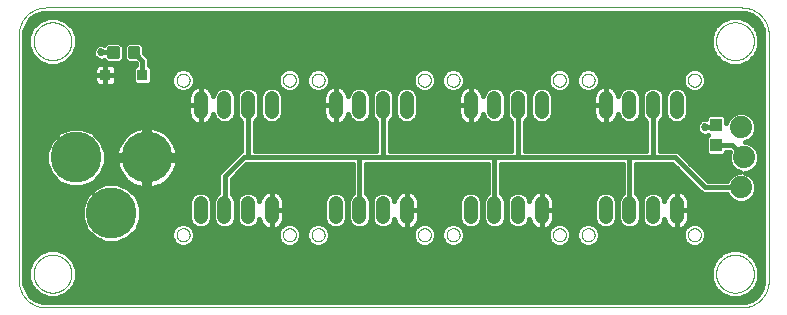
<source format=gtl>
G75*
%MOIN*%
%OFA0B0*%
%FSLAX25Y25*%
%IPPOS*%
%LPD*%
%AMOC8*
5,1,8,0,0,1.08239X$1,22.5*
%
%ADD10C,0.00000*%
%ADD11C,0.01181*%
%ADD12R,0.03543X0.03740*%
%ADD13C,0.17000*%
%ADD14C,0.04756*%
%ADD15C,0.07400*%
%ADD16R,0.03937X0.04331*%
%ADD17C,0.01600*%
%ADD18C,0.02700*%
D10*
X0025250Y0006800D02*
X0257250Y0006800D01*
X0257467Y0006803D01*
X0257685Y0006811D01*
X0257902Y0006824D01*
X0258119Y0006842D01*
X0258335Y0006866D01*
X0258550Y0006894D01*
X0258765Y0006928D01*
X0258979Y0006968D01*
X0259192Y0007012D01*
X0259404Y0007062D01*
X0259614Y0007116D01*
X0259824Y0007176D01*
X0260031Y0007240D01*
X0260237Y0007310D01*
X0260441Y0007385D01*
X0260644Y0007464D01*
X0260844Y0007549D01*
X0261043Y0007638D01*
X0261239Y0007732D01*
X0261433Y0007831D01*
X0261624Y0007934D01*
X0261813Y0008042D01*
X0261999Y0008155D01*
X0262182Y0008272D01*
X0262363Y0008393D01*
X0262540Y0008519D01*
X0262714Y0008649D01*
X0262886Y0008783D01*
X0263054Y0008921D01*
X0263218Y0009063D01*
X0263379Y0009210D01*
X0263537Y0009360D01*
X0263690Y0009513D01*
X0263840Y0009671D01*
X0263987Y0009832D01*
X0264129Y0009996D01*
X0264267Y0010164D01*
X0264401Y0010336D01*
X0264531Y0010510D01*
X0264657Y0010687D01*
X0264778Y0010868D01*
X0264895Y0011051D01*
X0265008Y0011237D01*
X0265116Y0011426D01*
X0265219Y0011617D01*
X0265318Y0011811D01*
X0265412Y0012007D01*
X0265501Y0012206D01*
X0265586Y0012406D01*
X0265665Y0012609D01*
X0265740Y0012813D01*
X0265810Y0013019D01*
X0265874Y0013226D01*
X0265934Y0013436D01*
X0265988Y0013646D01*
X0266038Y0013858D01*
X0266082Y0014071D01*
X0266122Y0014285D01*
X0266156Y0014500D01*
X0266184Y0014715D01*
X0266208Y0014931D01*
X0266226Y0015148D01*
X0266239Y0015365D01*
X0266247Y0015583D01*
X0266250Y0015800D01*
X0266250Y0097800D01*
X0266247Y0098017D01*
X0266239Y0098235D01*
X0266226Y0098452D01*
X0266208Y0098669D01*
X0266184Y0098885D01*
X0266156Y0099100D01*
X0266122Y0099315D01*
X0266082Y0099529D01*
X0266038Y0099742D01*
X0265988Y0099954D01*
X0265934Y0100164D01*
X0265874Y0100374D01*
X0265810Y0100581D01*
X0265740Y0100787D01*
X0265665Y0100991D01*
X0265586Y0101194D01*
X0265501Y0101394D01*
X0265412Y0101593D01*
X0265318Y0101789D01*
X0265219Y0101983D01*
X0265116Y0102174D01*
X0265008Y0102363D01*
X0264895Y0102549D01*
X0264778Y0102732D01*
X0264657Y0102913D01*
X0264531Y0103090D01*
X0264401Y0103264D01*
X0264267Y0103436D01*
X0264129Y0103604D01*
X0263987Y0103768D01*
X0263840Y0103929D01*
X0263690Y0104087D01*
X0263537Y0104240D01*
X0263379Y0104390D01*
X0263218Y0104537D01*
X0263054Y0104679D01*
X0262886Y0104817D01*
X0262714Y0104951D01*
X0262540Y0105081D01*
X0262363Y0105207D01*
X0262182Y0105328D01*
X0261999Y0105445D01*
X0261813Y0105558D01*
X0261624Y0105666D01*
X0261433Y0105769D01*
X0261239Y0105868D01*
X0261043Y0105962D01*
X0260844Y0106051D01*
X0260644Y0106136D01*
X0260441Y0106215D01*
X0260237Y0106290D01*
X0260031Y0106360D01*
X0259824Y0106424D01*
X0259614Y0106484D01*
X0259404Y0106538D01*
X0259192Y0106588D01*
X0258979Y0106632D01*
X0258765Y0106672D01*
X0258550Y0106706D01*
X0258335Y0106734D01*
X0258119Y0106758D01*
X0257902Y0106776D01*
X0257685Y0106789D01*
X0257467Y0106797D01*
X0257250Y0106800D01*
X0025250Y0106800D01*
X0025033Y0106797D01*
X0024815Y0106789D01*
X0024598Y0106776D01*
X0024381Y0106758D01*
X0024165Y0106734D01*
X0023950Y0106706D01*
X0023735Y0106672D01*
X0023521Y0106632D01*
X0023308Y0106588D01*
X0023096Y0106538D01*
X0022886Y0106484D01*
X0022676Y0106424D01*
X0022469Y0106360D01*
X0022263Y0106290D01*
X0022059Y0106215D01*
X0021856Y0106136D01*
X0021656Y0106051D01*
X0021457Y0105962D01*
X0021261Y0105868D01*
X0021067Y0105769D01*
X0020876Y0105666D01*
X0020687Y0105558D01*
X0020501Y0105445D01*
X0020318Y0105328D01*
X0020137Y0105207D01*
X0019960Y0105081D01*
X0019786Y0104951D01*
X0019614Y0104817D01*
X0019446Y0104679D01*
X0019282Y0104537D01*
X0019121Y0104390D01*
X0018963Y0104240D01*
X0018810Y0104087D01*
X0018660Y0103929D01*
X0018513Y0103768D01*
X0018371Y0103604D01*
X0018233Y0103436D01*
X0018099Y0103264D01*
X0017969Y0103090D01*
X0017843Y0102913D01*
X0017722Y0102732D01*
X0017605Y0102549D01*
X0017492Y0102363D01*
X0017384Y0102174D01*
X0017281Y0101983D01*
X0017182Y0101789D01*
X0017088Y0101593D01*
X0016999Y0101394D01*
X0016914Y0101194D01*
X0016835Y0100991D01*
X0016760Y0100787D01*
X0016690Y0100581D01*
X0016626Y0100374D01*
X0016566Y0100164D01*
X0016512Y0099954D01*
X0016462Y0099742D01*
X0016418Y0099529D01*
X0016378Y0099315D01*
X0016344Y0099100D01*
X0016316Y0098885D01*
X0016292Y0098669D01*
X0016274Y0098452D01*
X0016261Y0098235D01*
X0016253Y0098017D01*
X0016250Y0097800D01*
X0016250Y0015800D01*
X0016253Y0015583D01*
X0016261Y0015365D01*
X0016274Y0015148D01*
X0016292Y0014931D01*
X0016316Y0014715D01*
X0016344Y0014500D01*
X0016378Y0014285D01*
X0016418Y0014071D01*
X0016462Y0013858D01*
X0016512Y0013646D01*
X0016566Y0013436D01*
X0016626Y0013226D01*
X0016690Y0013019D01*
X0016760Y0012813D01*
X0016835Y0012609D01*
X0016914Y0012406D01*
X0016999Y0012206D01*
X0017088Y0012007D01*
X0017182Y0011811D01*
X0017281Y0011617D01*
X0017384Y0011426D01*
X0017492Y0011237D01*
X0017605Y0011051D01*
X0017722Y0010868D01*
X0017843Y0010687D01*
X0017969Y0010510D01*
X0018099Y0010336D01*
X0018233Y0010164D01*
X0018371Y0009996D01*
X0018513Y0009832D01*
X0018660Y0009671D01*
X0018810Y0009513D01*
X0018963Y0009360D01*
X0019121Y0009210D01*
X0019282Y0009063D01*
X0019446Y0008921D01*
X0019614Y0008783D01*
X0019786Y0008649D01*
X0019960Y0008519D01*
X0020137Y0008393D01*
X0020318Y0008272D01*
X0020501Y0008155D01*
X0020687Y0008042D01*
X0020876Y0007934D01*
X0021067Y0007831D01*
X0021261Y0007732D01*
X0021457Y0007638D01*
X0021656Y0007549D01*
X0021856Y0007464D01*
X0022059Y0007385D01*
X0022263Y0007310D01*
X0022469Y0007240D01*
X0022676Y0007176D01*
X0022886Y0007116D01*
X0023096Y0007062D01*
X0023308Y0007012D01*
X0023521Y0006968D01*
X0023735Y0006928D01*
X0023950Y0006894D01*
X0024165Y0006866D01*
X0024381Y0006842D01*
X0024598Y0006824D01*
X0024815Y0006811D01*
X0025033Y0006803D01*
X0025250Y0006800D01*
X0021201Y0018050D02*
X0021203Y0018208D01*
X0021209Y0018366D01*
X0021219Y0018524D01*
X0021233Y0018682D01*
X0021251Y0018839D01*
X0021272Y0018996D01*
X0021298Y0019152D01*
X0021328Y0019308D01*
X0021361Y0019463D01*
X0021399Y0019616D01*
X0021440Y0019769D01*
X0021485Y0019921D01*
X0021534Y0020072D01*
X0021587Y0020221D01*
X0021643Y0020369D01*
X0021703Y0020515D01*
X0021767Y0020660D01*
X0021835Y0020803D01*
X0021906Y0020945D01*
X0021980Y0021085D01*
X0022058Y0021222D01*
X0022140Y0021358D01*
X0022224Y0021492D01*
X0022313Y0021623D01*
X0022404Y0021752D01*
X0022499Y0021879D01*
X0022596Y0022004D01*
X0022697Y0022126D01*
X0022801Y0022245D01*
X0022908Y0022362D01*
X0023018Y0022476D01*
X0023131Y0022587D01*
X0023246Y0022696D01*
X0023364Y0022801D01*
X0023485Y0022903D01*
X0023608Y0023003D01*
X0023734Y0023099D01*
X0023862Y0023192D01*
X0023992Y0023282D01*
X0024125Y0023368D01*
X0024260Y0023452D01*
X0024396Y0023531D01*
X0024535Y0023608D01*
X0024676Y0023680D01*
X0024818Y0023750D01*
X0024962Y0023815D01*
X0025108Y0023877D01*
X0025255Y0023935D01*
X0025404Y0023990D01*
X0025554Y0024041D01*
X0025705Y0024088D01*
X0025857Y0024131D01*
X0026010Y0024170D01*
X0026165Y0024206D01*
X0026320Y0024237D01*
X0026476Y0024265D01*
X0026632Y0024289D01*
X0026789Y0024309D01*
X0026947Y0024325D01*
X0027104Y0024337D01*
X0027263Y0024345D01*
X0027421Y0024349D01*
X0027579Y0024349D01*
X0027737Y0024345D01*
X0027896Y0024337D01*
X0028053Y0024325D01*
X0028211Y0024309D01*
X0028368Y0024289D01*
X0028524Y0024265D01*
X0028680Y0024237D01*
X0028835Y0024206D01*
X0028990Y0024170D01*
X0029143Y0024131D01*
X0029295Y0024088D01*
X0029446Y0024041D01*
X0029596Y0023990D01*
X0029745Y0023935D01*
X0029892Y0023877D01*
X0030038Y0023815D01*
X0030182Y0023750D01*
X0030324Y0023680D01*
X0030465Y0023608D01*
X0030604Y0023531D01*
X0030740Y0023452D01*
X0030875Y0023368D01*
X0031008Y0023282D01*
X0031138Y0023192D01*
X0031266Y0023099D01*
X0031392Y0023003D01*
X0031515Y0022903D01*
X0031636Y0022801D01*
X0031754Y0022696D01*
X0031869Y0022587D01*
X0031982Y0022476D01*
X0032092Y0022362D01*
X0032199Y0022245D01*
X0032303Y0022126D01*
X0032404Y0022004D01*
X0032501Y0021879D01*
X0032596Y0021752D01*
X0032687Y0021623D01*
X0032776Y0021492D01*
X0032860Y0021358D01*
X0032942Y0021222D01*
X0033020Y0021085D01*
X0033094Y0020945D01*
X0033165Y0020803D01*
X0033233Y0020660D01*
X0033297Y0020515D01*
X0033357Y0020369D01*
X0033413Y0020221D01*
X0033466Y0020072D01*
X0033515Y0019921D01*
X0033560Y0019769D01*
X0033601Y0019616D01*
X0033639Y0019463D01*
X0033672Y0019308D01*
X0033702Y0019152D01*
X0033728Y0018996D01*
X0033749Y0018839D01*
X0033767Y0018682D01*
X0033781Y0018524D01*
X0033791Y0018366D01*
X0033797Y0018208D01*
X0033799Y0018050D01*
X0033797Y0017892D01*
X0033791Y0017734D01*
X0033781Y0017576D01*
X0033767Y0017418D01*
X0033749Y0017261D01*
X0033728Y0017104D01*
X0033702Y0016948D01*
X0033672Y0016792D01*
X0033639Y0016637D01*
X0033601Y0016484D01*
X0033560Y0016331D01*
X0033515Y0016179D01*
X0033466Y0016028D01*
X0033413Y0015879D01*
X0033357Y0015731D01*
X0033297Y0015585D01*
X0033233Y0015440D01*
X0033165Y0015297D01*
X0033094Y0015155D01*
X0033020Y0015015D01*
X0032942Y0014878D01*
X0032860Y0014742D01*
X0032776Y0014608D01*
X0032687Y0014477D01*
X0032596Y0014348D01*
X0032501Y0014221D01*
X0032404Y0014096D01*
X0032303Y0013974D01*
X0032199Y0013855D01*
X0032092Y0013738D01*
X0031982Y0013624D01*
X0031869Y0013513D01*
X0031754Y0013404D01*
X0031636Y0013299D01*
X0031515Y0013197D01*
X0031392Y0013097D01*
X0031266Y0013001D01*
X0031138Y0012908D01*
X0031008Y0012818D01*
X0030875Y0012732D01*
X0030740Y0012648D01*
X0030604Y0012569D01*
X0030465Y0012492D01*
X0030324Y0012420D01*
X0030182Y0012350D01*
X0030038Y0012285D01*
X0029892Y0012223D01*
X0029745Y0012165D01*
X0029596Y0012110D01*
X0029446Y0012059D01*
X0029295Y0012012D01*
X0029143Y0011969D01*
X0028990Y0011930D01*
X0028835Y0011894D01*
X0028680Y0011863D01*
X0028524Y0011835D01*
X0028368Y0011811D01*
X0028211Y0011791D01*
X0028053Y0011775D01*
X0027896Y0011763D01*
X0027737Y0011755D01*
X0027579Y0011751D01*
X0027421Y0011751D01*
X0027263Y0011755D01*
X0027104Y0011763D01*
X0026947Y0011775D01*
X0026789Y0011791D01*
X0026632Y0011811D01*
X0026476Y0011835D01*
X0026320Y0011863D01*
X0026165Y0011894D01*
X0026010Y0011930D01*
X0025857Y0011969D01*
X0025705Y0012012D01*
X0025554Y0012059D01*
X0025404Y0012110D01*
X0025255Y0012165D01*
X0025108Y0012223D01*
X0024962Y0012285D01*
X0024818Y0012350D01*
X0024676Y0012420D01*
X0024535Y0012492D01*
X0024396Y0012569D01*
X0024260Y0012648D01*
X0024125Y0012732D01*
X0023992Y0012818D01*
X0023862Y0012908D01*
X0023734Y0013001D01*
X0023608Y0013097D01*
X0023485Y0013197D01*
X0023364Y0013299D01*
X0023246Y0013404D01*
X0023131Y0013513D01*
X0023018Y0013624D01*
X0022908Y0013738D01*
X0022801Y0013855D01*
X0022697Y0013974D01*
X0022596Y0014096D01*
X0022499Y0014221D01*
X0022404Y0014348D01*
X0022313Y0014477D01*
X0022224Y0014608D01*
X0022140Y0014742D01*
X0022058Y0014878D01*
X0021980Y0015015D01*
X0021906Y0015155D01*
X0021835Y0015297D01*
X0021767Y0015440D01*
X0021703Y0015585D01*
X0021643Y0015731D01*
X0021587Y0015879D01*
X0021534Y0016028D01*
X0021485Y0016179D01*
X0021440Y0016331D01*
X0021399Y0016484D01*
X0021361Y0016637D01*
X0021328Y0016792D01*
X0021298Y0016948D01*
X0021272Y0017104D01*
X0021251Y0017261D01*
X0021233Y0017418D01*
X0021219Y0017576D01*
X0021209Y0017734D01*
X0021203Y0017892D01*
X0021201Y0018050D01*
X0068868Y0031032D02*
X0068870Y0031125D01*
X0068876Y0031217D01*
X0068886Y0031309D01*
X0068900Y0031400D01*
X0068917Y0031491D01*
X0068939Y0031581D01*
X0068964Y0031670D01*
X0068993Y0031758D01*
X0069026Y0031844D01*
X0069063Y0031929D01*
X0069103Y0032013D01*
X0069147Y0032094D01*
X0069194Y0032174D01*
X0069244Y0032252D01*
X0069298Y0032327D01*
X0069355Y0032400D01*
X0069415Y0032470D01*
X0069478Y0032538D01*
X0069544Y0032603D01*
X0069612Y0032665D01*
X0069683Y0032725D01*
X0069757Y0032781D01*
X0069833Y0032834D01*
X0069911Y0032883D01*
X0069991Y0032930D01*
X0070073Y0032972D01*
X0070157Y0033012D01*
X0070242Y0033047D01*
X0070329Y0033079D01*
X0070417Y0033108D01*
X0070506Y0033132D01*
X0070596Y0033153D01*
X0070687Y0033169D01*
X0070779Y0033182D01*
X0070871Y0033191D01*
X0070964Y0033196D01*
X0071056Y0033197D01*
X0071149Y0033194D01*
X0071241Y0033187D01*
X0071333Y0033176D01*
X0071424Y0033161D01*
X0071515Y0033143D01*
X0071605Y0033120D01*
X0071693Y0033094D01*
X0071781Y0033064D01*
X0071867Y0033030D01*
X0071951Y0032993D01*
X0072034Y0032951D01*
X0072115Y0032907D01*
X0072195Y0032859D01*
X0072272Y0032808D01*
X0072346Y0032753D01*
X0072419Y0032695D01*
X0072489Y0032635D01*
X0072556Y0032571D01*
X0072620Y0032505D01*
X0072682Y0032435D01*
X0072740Y0032364D01*
X0072795Y0032290D01*
X0072847Y0032213D01*
X0072896Y0032134D01*
X0072942Y0032054D01*
X0072984Y0031971D01*
X0073022Y0031887D01*
X0073057Y0031801D01*
X0073088Y0031714D01*
X0073115Y0031626D01*
X0073138Y0031536D01*
X0073158Y0031446D01*
X0073174Y0031355D01*
X0073186Y0031263D01*
X0073194Y0031171D01*
X0073198Y0031078D01*
X0073198Y0030986D01*
X0073194Y0030893D01*
X0073186Y0030801D01*
X0073174Y0030709D01*
X0073158Y0030618D01*
X0073138Y0030528D01*
X0073115Y0030438D01*
X0073088Y0030350D01*
X0073057Y0030263D01*
X0073022Y0030177D01*
X0072984Y0030093D01*
X0072942Y0030010D01*
X0072896Y0029930D01*
X0072847Y0029851D01*
X0072795Y0029774D01*
X0072740Y0029700D01*
X0072682Y0029629D01*
X0072620Y0029559D01*
X0072556Y0029493D01*
X0072489Y0029429D01*
X0072419Y0029369D01*
X0072346Y0029311D01*
X0072272Y0029256D01*
X0072195Y0029205D01*
X0072116Y0029157D01*
X0072034Y0029113D01*
X0071951Y0029071D01*
X0071867Y0029034D01*
X0071781Y0029000D01*
X0071693Y0028970D01*
X0071605Y0028944D01*
X0071515Y0028921D01*
X0071424Y0028903D01*
X0071333Y0028888D01*
X0071241Y0028877D01*
X0071149Y0028870D01*
X0071056Y0028867D01*
X0070964Y0028868D01*
X0070871Y0028873D01*
X0070779Y0028882D01*
X0070687Y0028895D01*
X0070596Y0028911D01*
X0070506Y0028932D01*
X0070417Y0028956D01*
X0070329Y0028985D01*
X0070242Y0029017D01*
X0070157Y0029052D01*
X0070073Y0029092D01*
X0069991Y0029134D01*
X0069911Y0029181D01*
X0069833Y0029230D01*
X0069757Y0029283D01*
X0069683Y0029339D01*
X0069612Y0029399D01*
X0069544Y0029461D01*
X0069478Y0029526D01*
X0069415Y0029594D01*
X0069355Y0029664D01*
X0069298Y0029737D01*
X0069244Y0029812D01*
X0069194Y0029890D01*
X0069147Y0029970D01*
X0069103Y0030051D01*
X0069063Y0030135D01*
X0069026Y0030220D01*
X0068993Y0030306D01*
X0068964Y0030394D01*
X0068939Y0030483D01*
X0068917Y0030573D01*
X0068900Y0030664D01*
X0068886Y0030755D01*
X0068876Y0030847D01*
X0068870Y0030939D01*
X0068868Y0031032D01*
X0104302Y0031032D02*
X0104304Y0031125D01*
X0104310Y0031217D01*
X0104320Y0031309D01*
X0104334Y0031400D01*
X0104351Y0031491D01*
X0104373Y0031581D01*
X0104398Y0031670D01*
X0104427Y0031758D01*
X0104460Y0031844D01*
X0104497Y0031929D01*
X0104537Y0032013D01*
X0104581Y0032094D01*
X0104628Y0032174D01*
X0104678Y0032252D01*
X0104732Y0032327D01*
X0104789Y0032400D01*
X0104849Y0032470D01*
X0104912Y0032538D01*
X0104978Y0032603D01*
X0105046Y0032665D01*
X0105117Y0032725D01*
X0105191Y0032781D01*
X0105267Y0032834D01*
X0105345Y0032883D01*
X0105425Y0032930D01*
X0105507Y0032972D01*
X0105591Y0033012D01*
X0105676Y0033047D01*
X0105763Y0033079D01*
X0105851Y0033108D01*
X0105940Y0033132D01*
X0106030Y0033153D01*
X0106121Y0033169D01*
X0106213Y0033182D01*
X0106305Y0033191D01*
X0106398Y0033196D01*
X0106490Y0033197D01*
X0106583Y0033194D01*
X0106675Y0033187D01*
X0106767Y0033176D01*
X0106858Y0033161D01*
X0106949Y0033143D01*
X0107039Y0033120D01*
X0107127Y0033094D01*
X0107215Y0033064D01*
X0107301Y0033030D01*
X0107385Y0032993D01*
X0107468Y0032951D01*
X0107549Y0032907D01*
X0107629Y0032859D01*
X0107706Y0032808D01*
X0107780Y0032753D01*
X0107853Y0032695D01*
X0107923Y0032635D01*
X0107990Y0032571D01*
X0108054Y0032505D01*
X0108116Y0032435D01*
X0108174Y0032364D01*
X0108229Y0032290D01*
X0108281Y0032213D01*
X0108330Y0032134D01*
X0108376Y0032054D01*
X0108418Y0031971D01*
X0108456Y0031887D01*
X0108491Y0031801D01*
X0108522Y0031714D01*
X0108549Y0031626D01*
X0108572Y0031536D01*
X0108592Y0031446D01*
X0108608Y0031355D01*
X0108620Y0031263D01*
X0108628Y0031171D01*
X0108632Y0031078D01*
X0108632Y0030986D01*
X0108628Y0030893D01*
X0108620Y0030801D01*
X0108608Y0030709D01*
X0108592Y0030618D01*
X0108572Y0030528D01*
X0108549Y0030438D01*
X0108522Y0030350D01*
X0108491Y0030263D01*
X0108456Y0030177D01*
X0108418Y0030093D01*
X0108376Y0030010D01*
X0108330Y0029930D01*
X0108281Y0029851D01*
X0108229Y0029774D01*
X0108174Y0029700D01*
X0108116Y0029629D01*
X0108054Y0029559D01*
X0107990Y0029493D01*
X0107923Y0029429D01*
X0107853Y0029369D01*
X0107780Y0029311D01*
X0107706Y0029256D01*
X0107629Y0029205D01*
X0107550Y0029157D01*
X0107468Y0029113D01*
X0107385Y0029071D01*
X0107301Y0029034D01*
X0107215Y0029000D01*
X0107127Y0028970D01*
X0107039Y0028944D01*
X0106949Y0028921D01*
X0106858Y0028903D01*
X0106767Y0028888D01*
X0106675Y0028877D01*
X0106583Y0028870D01*
X0106490Y0028867D01*
X0106398Y0028868D01*
X0106305Y0028873D01*
X0106213Y0028882D01*
X0106121Y0028895D01*
X0106030Y0028911D01*
X0105940Y0028932D01*
X0105851Y0028956D01*
X0105763Y0028985D01*
X0105676Y0029017D01*
X0105591Y0029052D01*
X0105507Y0029092D01*
X0105425Y0029134D01*
X0105345Y0029181D01*
X0105267Y0029230D01*
X0105191Y0029283D01*
X0105117Y0029339D01*
X0105046Y0029399D01*
X0104978Y0029461D01*
X0104912Y0029526D01*
X0104849Y0029594D01*
X0104789Y0029664D01*
X0104732Y0029737D01*
X0104678Y0029812D01*
X0104628Y0029890D01*
X0104581Y0029970D01*
X0104537Y0030051D01*
X0104497Y0030135D01*
X0104460Y0030220D01*
X0104427Y0030306D01*
X0104398Y0030394D01*
X0104373Y0030483D01*
X0104351Y0030573D01*
X0104334Y0030664D01*
X0104320Y0030755D01*
X0104310Y0030847D01*
X0104304Y0030939D01*
X0104302Y0031032D01*
X0113868Y0031032D02*
X0113870Y0031125D01*
X0113876Y0031217D01*
X0113886Y0031309D01*
X0113900Y0031400D01*
X0113917Y0031491D01*
X0113939Y0031581D01*
X0113964Y0031670D01*
X0113993Y0031758D01*
X0114026Y0031844D01*
X0114063Y0031929D01*
X0114103Y0032013D01*
X0114147Y0032094D01*
X0114194Y0032174D01*
X0114244Y0032252D01*
X0114298Y0032327D01*
X0114355Y0032400D01*
X0114415Y0032470D01*
X0114478Y0032538D01*
X0114544Y0032603D01*
X0114612Y0032665D01*
X0114683Y0032725D01*
X0114757Y0032781D01*
X0114833Y0032834D01*
X0114911Y0032883D01*
X0114991Y0032930D01*
X0115073Y0032972D01*
X0115157Y0033012D01*
X0115242Y0033047D01*
X0115329Y0033079D01*
X0115417Y0033108D01*
X0115506Y0033132D01*
X0115596Y0033153D01*
X0115687Y0033169D01*
X0115779Y0033182D01*
X0115871Y0033191D01*
X0115964Y0033196D01*
X0116056Y0033197D01*
X0116149Y0033194D01*
X0116241Y0033187D01*
X0116333Y0033176D01*
X0116424Y0033161D01*
X0116515Y0033143D01*
X0116605Y0033120D01*
X0116693Y0033094D01*
X0116781Y0033064D01*
X0116867Y0033030D01*
X0116951Y0032993D01*
X0117034Y0032951D01*
X0117115Y0032907D01*
X0117195Y0032859D01*
X0117272Y0032808D01*
X0117346Y0032753D01*
X0117419Y0032695D01*
X0117489Y0032635D01*
X0117556Y0032571D01*
X0117620Y0032505D01*
X0117682Y0032435D01*
X0117740Y0032364D01*
X0117795Y0032290D01*
X0117847Y0032213D01*
X0117896Y0032134D01*
X0117942Y0032054D01*
X0117984Y0031971D01*
X0118022Y0031887D01*
X0118057Y0031801D01*
X0118088Y0031714D01*
X0118115Y0031626D01*
X0118138Y0031536D01*
X0118158Y0031446D01*
X0118174Y0031355D01*
X0118186Y0031263D01*
X0118194Y0031171D01*
X0118198Y0031078D01*
X0118198Y0030986D01*
X0118194Y0030893D01*
X0118186Y0030801D01*
X0118174Y0030709D01*
X0118158Y0030618D01*
X0118138Y0030528D01*
X0118115Y0030438D01*
X0118088Y0030350D01*
X0118057Y0030263D01*
X0118022Y0030177D01*
X0117984Y0030093D01*
X0117942Y0030010D01*
X0117896Y0029930D01*
X0117847Y0029851D01*
X0117795Y0029774D01*
X0117740Y0029700D01*
X0117682Y0029629D01*
X0117620Y0029559D01*
X0117556Y0029493D01*
X0117489Y0029429D01*
X0117419Y0029369D01*
X0117346Y0029311D01*
X0117272Y0029256D01*
X0117195Y0029205D01*
X0117116Y0029157D01*
X0117034Y0029113D01*
X0116951Y0029071D01*
X0116867Y0029034D01*
X0116781Y0029000D01*
X0116693Y0028970D01*
X0116605Y0028944D01*
X0116515Y0028921D01*
X0116424Y0028903D01*
X0116333Y0028888D01*
X0116241Y0028877D01*
X0116149Y0028870D01*
X0116056Y0028867D01*
X0115964Y0028868D01*
X0115871Y0028873D01*
X0115779Y0028882D01*
X0115687Y0028895D01*
X0115596Y0028911D01*
X0115506Y0028932D01*
X0115417Y0028956D01*
X0115329Y0028985D01*
X0115242Y0029017D01*
X0115157Y0029052D01*
X0115073Y0029092D01*
X0114991Y0029134D01*
X0114911Y0029181D01*
X0114833Y0029230D01*
X0114757Y0029283D01*
X0114683Y0029339D01*
X0114612Y0029399D01*
X0114544Y0029461D01*
X0114478Y0029526D01*
X0114415Y0029594D01*
X0114355Y0029664D01*
X0114298Y0029737D01*
X0114244Y0029812D01*
X0114194Y0029890D01*
X0114147Y0029970D01*
X0114103Y0030051D01*
X0114063Y0030135D01*
X0114026Y0030220D01*
X0113993Y0030306D01*
X0113964Y0030394D01*
X0113939Y0030483D01*
X0113917Y0030573D01*
X0113900Y0030664D01*
X0113886Y0030755D01*
X0113876Y0030847D01*
X0113870Y0030939D01*
X0113868Y0031032D01*
X0149302Y0031032D02*
X0149304Y0031125D01*
X0149310Y0031217D01*
X0149320Y0031309D01*
X0149334Y0031400D01*
X0149351Y0031491D01*
X0149373Y0031581D01*
X0149398Y0031670D01*
X0149427Y0031758D01*
X0149460Y0031844D01*
X0149497Y0031929D01*
X0149537Y0032013D01*
X0149581Y0032094D01*
X0149628Y0032174D01*
X0149678Y0032252D01*
X0149732Y0032327D01*
X0149789Y0032400D01*
X0149849Y0032470D01*
X0149912Y0032538D01*
X0149978Y0032603D01*
X0150046Y0032665D01*
X0150117Y0032725D01*
X0150191Y0032781D01*
X0150267Y0032834D01*
X0150345Y0032883D01*
X0150425Y0032930D01*
X0150507Y0032972D01*
X0150591Y0033012D01*
X0150676Y0033047D01*
X0150763Y0033079D01*
X0150851Y0033108D01*
X0150940Y0033132D01*
X0151030Y0033153D01*
X0151121Y0033169D01*
X0151213Y0033182D01*
X0151305Y0033191D01*
X0151398Y0033196D01*
X0151490Y0033197D01*
X0151583Y0033194D01*
X0151675Y0033187D01*
X0151767Y0033176D01*
X0151858Y0033161D01*
X0151949Y0033143D01*
X0152039Y0033120D01*
X0152127Y0033094D01*
X0152215Y0033064D01*
X0152301Y0033030D01*
X0152385Y0032993D01*
X0152468Y0032951D01*
X0152549Y0032907D01*
X0152629Y0032859D01*
X0152706Y0032808D01*
X0152780Y0032753D01*
X0152853Y0032695D01*
X0152923Y0032635D01*
X0152990Y0032571D01*
X0153054Y0032505D01*
X0153116Y0032435D01*
X0153174Y0032364D01*
X0153229Y0032290D01*
X0153281Y0032213D01*
X0153330Y0032134D01*
X0153376Y0032054D01*
X0153418Y0031971D01*
X0153456Y0031887D01*
X0153491Y0031801D01*
X0153522Y0031714D01*
X0153549Y0031626D01*
X0153572Y0031536D01*
X0153592Y0031446D01*
X0153608Y0031355D01*
X0153620Y0031263D01*
X0153628Y0031171D01*
X0153632Y0031078D01*
X0153632Y0030986D01*
X0153628Y0030893D01*
X0153620Y0030801D01*
X0153608Y0030709D01*
X0153592Y0030618D01*
X0153572Y0030528D01*
X0153549Y0030438D01*
X0153522Y0030350D01*
X0153491Y0030263D01*
X0153456Y0030177D01*
X0153418Y0030093D01*
X0153376Y0030010D01*
X0153330Y0029930D01*
X0153281Y0029851D01*
X0153229Y0029774D01*
X0153174Y0029700D01*
X0153116Y0029629D01*
X0153054Y0029559D01*
X0152990Y0029493D01*
X0152923Y0029429D01*
X0152853Y0029369D01*
X0152780Y0029311D01*
X0152706Y0029256D01*
X0152629Y0029205D01*
X0152550Y0029157D01*
X0152468Y0029113D01*
X0152385Y0029071D01*
X0152301Y0029034D01*
X0152215Y0029000D01*
X0152127Y0028970D01*
X0152039Y0028944D01*
X0151949Y0028921D01*
X0151858Y0028903D01*
X0151767Y0028888D01*
X0151675Y0028877D01*
X0151583Y0028870D01*
X0151490Y0028867D01*
X0151398Y0028868D01*
X0151305Y0028873D01*
X0151213Y0028882D01*
X0151121Y0028895D01*
X0151030Y0028911D01*
X0150940Y0028932D01*
X0150851Y0028956D01*
X0150763Y0028985D01*
X0150676Y0029017D01*
X0150591Y0029052D01*
X0150507Y0029092D01*
X0150425Y0029134D01*
X0150345Y0029181D01*
X0150267Y0029230D01*
X0150191Y0029283D01*
X0150117Y0029339D01*
X0150046Y0029399D01*
X0149978Y0029461D01*
X0149912Y0029526D01*
X0149849Y0029594D01*
X0149789Y0029664D01*
X0149732Y0029737D01*
X0149678Y0029812D01*
X0149628Y0029890D01*
X0149581Y0029970D01*
X0149537Y0030051D01*
X0149497Y0030135D01*
X0149460Y0030220D01*
X0149427Y0030306D01*
X0149398Y0030394D01*
X0149373Y0030483D01*
X0149351Y0030573D01*
X0149334Y0030664D01*
X0149320Y0030755D01*
X0149310Y0030847D01*
X0149304Y0030939D01*
X0149302Y0031032D01*
X0158868Y0031032D02*
X0158870Y0031125D01*
X0158876Y0031217D01*
X0158886Y0031309D01*
X0158900Y0031400D01*
X0158917Y0031491D01*
X0158939Y0031581D01*
X0158964Y0031670D01*
X0158993Y0031758D01*
X0159026Y0031844D01*
X0159063Y0031929D01*
X0159103Y0032013D01*
X0159147Y0032094D01*
X0159194Y0032174D01*
X0159244Y0032252D01*
X0159298Y0032327D01*
X0159355Y0032400D01*
X0159415Y0032470D01*
X0159478Y0032538D01*
X0159544Y0032603D01*
X0159612Y0032665D01*
X0159683Y0032725D01*
X0159757Y0032781D01*
X0159833Y0032834D01*
X0159911Y0032883D01*
X0159991Y0032930D01*
X0160073Y0032972D01*
X0160157Y0033012D01*
X0160242Y0033047D01*
X0160329Y0033079D01*
X0160417Y0033108D01*
X0160506Y0033132D01*
X0160596Y0033153D01*
X0160687Y0033169D01*
X0160779Y0033182D01*
X0160871Y0033191D01*
X0160964Y0033196D01*
X0161056Y0033197D01*
X0161149Y0033194D01*
X0161241Y0033187D01*
X0161333Y0033176D01*
X0161424Y0033161D01*
X0161515Y0033143D01*
X0161605Y0033120D01*
X0161693Y0033094D01*
X0161781Y0033064D01*
X0161867Y0033030D01*
X0161951Y0032993D01*
X0162034Y0032951D01*
X0162115Y0032907D01*
X0162195Y0032859D01*
X0162272Y0032808D01*
X0162346Y0032753D01*
X0162419Y0032695D01*
X0162489Y0032635D01*
X0162556Y0032571D01*
X0162620Y0032505D01*
X0162682Y0032435D01*
X0162740Y0032364D01*
X0162795Y0032290D01*
X0162847Y0032213D01*
X0162896Y0032134D01*
X0162942Y0032054D01*
X0162984Y0031971D01*
X0163022Y0031887D01*
X0163057Y0031801D01*
X0163088Y0031714D01*
X0163115Y0031626D01*
X0163138Y0031536D01*
X0163158Y0031446D01*
X0163174Y0031355D01*
X0163186Y0031263D01*
X0163194Y0031171D01*
X0163198Y0031078D01*
X0163198Y0030986D01*
X0163194Y0030893D01*
X0163186Y0030801D01*
X0163174Y0030709D01*
X0163158Y0030618D01*
X0163138Y0030528D01*
X0163115Y0030438D01*
X0163088Y0030350D01*
X0163057Y0030263D01*
X0163022Y0030177D01*
X0162984Y0030093D01*
X0162942Y0030010D01*
X0162896Y0029930D01*
X0162847Y0029851D01*
X0162795Y0029774D01*
X0162740Y0029700D01*
X0162682Y0029629D01*
X0162620Y0029559D01*
X0162556Y0029493D01*
X0162489Y0029429D01*
X0162419Y0029369D01*
X0162346Y0029311D01*
X0162272Y0029256D01*
X0162195Y0029205D01*
X0162116Y0029157D01*
X0162034Y0029113D01*
X0161951Y0029071D01*
X0161867Y0029034D01*
X0161781Y0029000D01*
X0161693Y0028970D01*
X0161605Y0028944D01*
X0161515Y0028921D01*
X0161424Y0028903D01*
X0161333Y0028888D01*
X0161241Y0028877D01*
X0161149Y0028870D01*
X0161056Y0028867D01*
X0160964Y0028868D01*
X0160871Y0028873D01*
X0160779Y0028882D01*
X0160687Y0028895D01*
X0160596Y0028911D01*
X0160506Y0028932D01*
X0160417Y0028956D01*
X0160329Y0028985D01*
X0160242Y0029017D01*
X0160157Y0029052D01*
X0160073Y0029092D01*
X0159991Y0029134D01*
X0159911Y0029181D01*
X0159833Y0029230D01*
X0159757Y0029283D01*
X0159683Y0029339D01*
X0159612Y0029399D01*
X0159544Y0029461D01*
X0159478Y0029526D01*
X0159415Y0029594D01*
X0159355Y0029664D01*
X0159298Y0029737D01*
X0159244Y0029812D01*
X0159194Y0029890D01*
X0159147Y0029970D01*
X0159103Y0030051D01*
X0159063Y0030135D01*
X0159026Y0030220D01*
X0158993Y0030306D01*
X0158964Y0030394D01*
X0158939Y0030483D01*
X0158917Y0030573D01*
X0158900Y0030664D01*
X0158886Y0030755D01*
X0158876Y0030847D01*
X0158870Y0030939D01*
X0158868Y0031032D01*
X0194302Y0031032D02*
X0194304Y0031125D01*
X0194310Y0031217D01*
X0194320Y0031309D01*
X0194334Y0031400D01*
X0194351Y0031491D01*
X0194373Y0031581D01*
X0194398Y0031670D01*
X0194427Y0031758D01*
X0194460Y0031844D01*
X0194497Y0031929D01*
X0194537Y0032013D01*
X0194581Y0032094D01*
X0194628Y0032174D01*
X0194678Y0032252D01*
X0194732Y0032327D01*
X0194789Y0032400D01*
X0194849Y0032470D01*
X0194912Y0032538D01*
X0194978Y0032603D01*
X0195046Y0032665D01*
X0195117Y0032725D01*
X0195191Y0032781D01*
X0195267Y0032834D01*
X0195345Y0032883D01*
X0195425Y0032930D01*
X0195507Y0032972D01*
X0195591Y0033012D01*
X0195676Y0033047D01*
X0195763Y0033079D01*
X0195851Y0033108D01*
X0195940Y0033132D01*
X0196030Y0033153D01*
X0196121Y0033169D01*
X0196213Y0033182D01*
X0196305Y0033191D01*
X0196398Y0033196D01*
X0196490Y0033197D01*
X0196583Y0033194D01*
X0196675Y0033187D01*
X0196767Y0033176D01*
X0196858Y0033161D01*
X0196949Y0033143D01*
X0197039Y0033120D01*
X0197127Y0033094D01*
X0197215Y0033064D01*
X0197301Y0033030D01*
X0197385Y0032993D01*
X0197468Y0032951D01*
X0197549Y0032907D01*
X0197629Y0032859D01*
X0197706Y0032808D01*
X0197780Y0032753D01*
X0197853Y0032695D01*
X0197923Y0032635D01*
X0197990Y0032571D01*
X0198054Y0032505D01*
X0198116Y0032435D01*
X0198174Y0032364D01*
X0198229Y0032290D01*
X0198281Y0032213D01*
X0198330Y0032134D01*
X0198376Y0032054D01*
X0198418Y0031971D01*
X0198456Y0031887D01*
X0198491Y0031801D01*
X0198522Y0031714D01*
X0198549Y0031626D01*
X0198572Y0031536D01*
X0198592Y0031446D01*
X0198608Y0031355D01*
X0198620Y0031263D01*
X0198628Y0031171D01*
X0198632Y0031078D01*
X0198632Y0030986D01*
X0198628Y0030893D01*
X0198620Y0030801D01*
X0198608Y0030709D01*
X0198592Y0030618D01*
X0198572Y0030528D01*
X0198549Y0030438D01*
X0198522Y0030350D01*
X0198491Y0030263D01*
X0198456Y0030177D01*
X0198418Y0030093D01*
X0198376Y0030010D01*
X0198330Y0029930D01*
X0198281Y0029851D01*
X0198229Y0029774D01*
X0198174Y0029700D01*
X0198116Y0029629D01*
X0198054Y0029559D01*
X0197990Y0029493D01*
X0197923Y0029429D01*
X0197853Y0029369D01*
X0197780Y0029311D01*
X0197706Y0029256D01*
X0197629Y0029205D01*
X0197550Y0029157D01*
X0197468Y0029113D01*
X0197385Y0029071D01*
X0197301Y0029034D01*
X0197215Y0029000D01*
X0197127Y0028970D01*
X0197039Y0028944D01*
X0196949Y0028921D01*
X0196858Y0028903D01*
X0196767Y0028888D01*
X0196675Y0028877D01*
X0196583Y0028870D01*
X0196490Y0028867D01*
X0196398Y0028868D01*
X0196305Y0028873D01*
X0196213Y0028882D01*
X0196121Y0028895D01*
X0196030Y0028911D01*
X0195940Y0028932D01*
X0195851Y0028956D01*
X0195763Y0028985D01*
X0195676Y0029017D01*
X0195591Y0029052D01*
X0195507Y0029092D01*
X0195425Y0029134D01*
X0195345Y0029181D01*
X0195267Y0029230D01*
X0195191Y0029283D01*
X0195117Y0029339D01*
X0195046Y0029399D01*
X0194978Y0029461D01*
X0194912Y0029526D01*
X0194849Y0029594D01*
X0194789Y0029664D01*
X0194732Y0029737D01*
X0194678Y0029812D01*
X0194628Y0029890D01*
X0194581Y0029970D01*
X0194537Y0030051D01*
X0194497Y0030135D01*
X0194460Y0030220D01*
X0194427Y0030306D01*
X0194398Y0030394D01*
X0194373Y0030483D01*
X0194351Y0030573D01*
X0194334Y0030664D01*
X0194320Y0030755D01*
X0194310Y0030847D01*
X0194304Y0030939D01*
X0194302Y0031032D01*
X0203868Y0031032D02*
X0203870Y0031125D01*
X0203876Y0031217D01*
X0203886Y0031309D01*
X0203900Y0031400D01*
X0203917Y0031491D01*
X0203939Y0031581D01*
X0203964Y0031670D01*
X0203993Y0031758D01*
X0204026Y0031844D01*
X0204063Y0031929D01*
X0204103Y0032013D01*
X0204147Y0032094D01*
X0204194Y0032174D01*
X0204244Y0032252D01*
X0204298Y0032327D01*
X0204355Y0032400D01*
X0204415Y0032470D01*
X0204478Y0032538D01*
X0204544Y0032603D01*
X0204612Y0032665D01*
X0204683Y0032725D01*
X0204757Y0032781D01*
X0204833Y0032834D01*
X0204911Y0032883D01*
X0204991Y0032930D01*
X0205073Y0032972D01*
X0205157Y0033012D01*
X0205242Y0033047D01*
X0205329Y0033079D01*
X0205417Y0033108D01*
X0205506Y0033132D01*
X0205596Y0033153D01*
X0205687Y0033169D01*
X0205779Y0033182D01*
X0205871Y0033191D01*
X0205964Y0033196D01*
X0206056Y0033197D01*
X0206149Y0033194D01*
X0206241Y0033187D01*
X0206333Y0033176D01*
X0206424Y0033161D01*
X0206515Y0033143D01*
X0206605Y0033120D01*
X0206693Y0033094D01*
X0206781Y0033064D01*
X0206867Y0033030D01*
X0206951Y0032993D01*
X0207034Y0032951D01*
X0207115Y0032907D01*
X0207195Y0032859D01*
X0207272Y0032808D01*
X0207346Y0032753D01*
X0207419Y0032695D01*
X0207489Y0032635D01*
X0207556Y0032571D01*
X0207620Y0032505D01*
X0207682Y0032435D01*
X0207740Y0032364D01*
X0207795Y0032290D01*
X0207847Y0032213D01*
X0207896Y0032134D01*
X0207942Y0032054D01*
X0207984Y0031971D01*
X0208022Y0031887D01*
X0208057Y0031801D01*
X0208088Y0031714D01*
X0208115Y0031626D01*
X0208138Y0031536D01*
X0208158Y0031446D01*
X0208174Y0031355D01*
X0208186Y0031263D01*
X0208194Y0031171D01*
X0208198Y0031078D01*
X0208198Y0030986D01*
X0208194Y0030893D01*
X0208186Y0030801D01*
X0208174Y0030709D01*
X0208158Y0030618D01*
X0208138Y0030528D01*
X0208115Y0030438D01*
X0208088Y0030350D01*
X0208057Y0030263D01*
X0208022Y0030177D01*
X0207984Y0030093D01*
X0207942Y0030010D01*
X0207896Y0029930D01*
X0207847Y0029851D01*
X0207795Y0029774D01*
X0207740Y0029700D01*
X0207682Y0029629D01*
X0207620Y0029559D01*
X0207556Y0029493D01*
X0207489Y0029429D01*
X0207419Y0029369D01*
X0207346Y0029311D01*
X0207272Y0029256D01*
X0207195Y0029205D01*
X0207116Y0029157D01*
X0207034Y0029113D01*
X0206951Y0029071D01*
X0206867Y0029034D01*
X0206781Y0029000D01*
X0206693Y0028970D01*
X0206605Y0028944D01*
X0206515Y0028921D01*
X0206424Y0028903D01*
X0206333Y0028888D01*
X0206241Y0028877D01*
X0206149Y0028870D01*
X0206056Y0028867D01*
X0205964Y0028868D01*
X0205871Y0028873D01*
X0205779Y0028882D01*
X0205687Y0028895D01*
X0205596Y0028911D01*
X0205506Y0028932D01*
X0205417Y0028956D01*
X0205329Y0028985D01*
X0205242Y0029017D01*
X0205157Y0029052D01*
X0205073Y0029092D01*
X0204991Y0029134D01*
X0204911Y0029181D01*
X0204833Y0029230D01*
X0204757Y0029283D01*
X0204683Y0029339D01*
X0204612Y0029399D01*
X0204544Y0029461D01*
X0204478Y0029526D01*
X0204415Y0029594D01*
X0204355Y0029664D01*
X0204298Y0029737D01*
X0204244Y0029812D01*
X0204194Y0029890D01*
X0204147Y0029970D01*
X0204103Y0030051D01*
X0204063Y0030135D01*
X0204026Y0030220D01*
X0203993Y0030306D01*
X0203964Y0030394D01*
X0203939Y0030483D01*
X0203917Y0030573D01*
X0203900Y0030664D01*
X0203886Y0030755D01*
X0203876Y0030847D01*
X0203870Y0030939D01*
X0203868Y0031032D01*
X0239302Y0031032D02*
X0239304Y0031125D01*
X0239310Y0031217D01*
X0239320Y0031309D01*
X0239334Y0031400D01*
X0239351Y0031491D01*
X0239373Y0031581D01*
X0239398Y0031670D01*
X0239427Y0031758D01*
X0239460Y0031844D01*
X0239497Y0031929D01*
X0239537Y0032013D01*
X0239581Y0032094D01*
X0239628Y0032174D01*
X0239678Y0032252D01*
X0239732Y0032327D01*
X0239789Y0032400D01*
X0239849Y0032470D01*
X0239912Y0032538D01*
X0239978Y0032603D01*
X0240046Y0032665D01*
X0240117Y0032725D01*
X0240191Y0032781D01*
X0240267Y0032834D01*
X0240345Y0032883D01*
X0240425Y0032930D01*
X0240507Y0032972D01*
X0240591Y0033012D01*
X0240676Y0033047D01*
X0240763Y0033079D01*
X0240851Y0033108D01*
X0240940Y0033132D01*
X0241030Y0033153D01*
X0241121Y0033169D01*
X0241213Y0033182D01*
X0241305Y0033191D01*
X0241398Y0033196D01*
X0241490Y0033197D01*
X0241583Y0033194D01*
X0241675Y0033187D01*
X0241767Y0033176D01*
X0241858Y0033161D01*
X0241949Y0033143D01*
X0242039Y0033120D01*
X0242127Y0033094D01*
X0242215Y0033064D01*
X0242301Y0033030D01*
X0242385Y0032993D01*
X0242468Y0032951D01*
X0242549Y0032907D01*
X0242629Y0032859D01*
X0242706Y0032808D01*
X0242780Y0032753D01*
X0242853Y0032695D01*
X0242923Y0032635D01*
X0242990Y0032571D01*
X0243054Y0032505D01*
X0243116Y0032435D01*
X0243174Y0032364D01*
X0243229Y0032290D01*
X0243281Y0032213D01*
X0243330Y0032134D01*
X0243376Y0032054D01*
X0243418Y0031971D01*
X0243456Y0031887D01*
X0243491Y0031801D01*
X0243522Y0031714D01*
X0243549Y0031626D01*
X0243572Y0031536D01*
X0243592Y0031446D01*
X0243608Y0031355D01*
X0243620Y0031263D01*
X0243628Y0031171D01*
X0243632Y0031078D01*
X0243632Y0030986D01*
X0243628Y0030893D01*
X0243620Y0030801D01*
X0243608Y0030709D01*
X0243592Y0030618D01*
X0243572Y0030528D01*
X0243549Y0030438D01*
X0243522Y0030350D01*
X0243491Y0030263D01*
X0243456Y0030177D01*
X0243418Y0030093D01*
X0243376Y0030010D01*
X0243330Y0029930D01*
X0243281Y0029851D01*
X0243229Y0029774D01*
X0243174Y0029700D01*
X0243116Y0029629D01*
X0243054Y0029559D01*
X0242990Y0029493D01*
X0242923Y0029429D01*
X0242853Y0029369D01*
X0242780Y0029311D01*
X0242706Y0029256D01*
X0242629Y0029205D01*
X0242550Y0029157D01*
X0242468Y0029113D01*
X0242385Y0029071D01*
X0242301Y0029034D01*
X0242215Y0029000D01*
X0242127Y0028970D01*
X0242039Y0028944D01*
X0241949Y0028921D01*
X0241858Y0028903D01*
X0241767Y0028888D01*
X0241675Y0028877D01*
X0241583Y0028870D01*
X0241490Y0028867D01*
X0241398Y0028868D01*
X0241305Y0028873D01*
X0241213Y0028882D01*
X0241121Y0028895D01*
X0241030Y0028911D01*
X0240940Y0028932D01*
X0240851Y0028956D01*
X0240763Y0028985D01*
X0240676Y0029017D01*
X0240591Y0029052D01*
X0240507Y0029092D01*
X0240425Y0029134D01*
X0240345Y0029181D01*
X0240267Y0029230D01*
X0240191Y0029283D01*
X0240117Y0029339D01*
X0240046Y0029399D01*
X0239978Y0029461D01*
X0239912Y0029526D01*
X0239849Y0029594D01*
X0239789Y0029664D01*
X0239732Y0029737D01*
X0239678Y0029812D01*
X0239628Y0029890D01*
X0239581Y0029970D01*
X0239537Y0030051D01*
X0239497Y0030135D01*
X0239460Y0030220D01*
X0239427Y0030306D01*
X0239398Y0030394D01*
X0239373Y0030483D01*
X0239351Y0030573D01*
X0239334Y0030664D01*
X0239320Y0030755D01*
X0239310Y0030847D01*
X0239304Y0030939D01*
X0239302Y0031032D01*
X0248701Y0018050D02*
X0248703Y0018208D01*
X0248709Y0018366D01*
X0248719Y0018524D01*
X0248733Y0018682D01*
X0248751Y0018839D01*
X0248772Y0018996D01*
X0248798Y0019152D01*
X0248828Y0019308D01*
X0248861Y0019463D01*
X0248899Y0019616D01*
X0248940Y0019769D01*
X0248985Y0019921D01*
X0249034Y0020072D01*
X0249087Y0020221D01*
X0249143Y0020369D01*
X0249203Y0020515D01*
X0249267Y0020660D01*
X0249335Y0020803D01*
X0249406Y0020945D01*
X0249480Y0021085D01*
X0249558Y0021222D01*
X0249640Y0021358D01*
X0249724Y0021492D01*
X0249813Y0021623D01*
X0249904Y0021752D01*
X0249999Y0021879D01*
X0250096Y0022004D01*
X0250197Y0022126D01*
X0250301Y0022245D01*
X0250408Y0022362D01*
X0250518Y0022476D01*
X0250631Y0022587D01*
X0250746Y0022696D01*
X0250864Y0022801D01*
X0250985Y0022903D01*
X0251108Y0023003D01*
X0251234Y0023099D01*
X0251362Y0023192D01*
X0251492Y0023282D01*
X0251625Y0023368D01*
X0251760Y0023452D01*
X0251896Y0023531D01*
X0252035Y0023608D01*
X0252176Y0023680D01*
X0252318Y0023750D01*
X0252462Y0023815D01*
X0252608Y0023877D01*
X0252755Y0023935D01*
X0252904Y0023990D01*
X0253054Y0024041D01*
X0253205Y0024088D01*
X0253357Y0024131D01*
X0253510Y0024170D01*
X0253665Y0024206D01*
X0253820Y0024237D01*
X0253976Y0024265D01*
X0254132Y0024289D01*
X0254289Y0024309D01*
X0254447Y0024325D01*
X0254604Y0024337D01*
X0254763Y0024345D01*
X0254921Y0024349D01*
X0255079Y0024349D01*
X0255237Y0024345D01*
X0255396Y0024337D01*
X0255553Y0024325D01*
X0255711Y0024309D01*
X0255868Y0024289D01*
X0256024Y0024265D01*
X0256180Y0024237D01*
X0256335Y0024206D01*
X0256490Y0024170D01*
X0256643Y0024131D01*
X0256795Y0024088D01*
X0256946Y0024041D01*
X0257096Y0023990D01*
X0257245Y0023935D01*
X0257392Y0023877D01*
X0257538Y0023815D01*
X0257682Y0023750D01*
X0257824Y0023680D01*
X0257965Y0023608D01*
X0258104Y0023531D01*
X0258240Y0023452D01*
X0258375Y0023368D01*
X0258508Y0023282D01*
X0258638Y0023192D01*
X0258766Y0023099D01*
X0258892Y0023003D01*
X0259015Y0022903D01*
X0259136Y0022801D01*
X0259254Y0022696D01*
X0259369Y0022587D01*
X0259482Y0022476D01*
X0259592Y0022362D01*
X0259699Y0022245D01*
X0259803Y0022126D01*
X0259904Y0022004D01*
X0260001Y0021879D01*
X0260096Y0021752D01*
X0260187Y0021623D01*
X0260276Y0021492D01*
X0260360Y0021358D01*
X0260442Y0021222D01*
X0260520Y0021085D01*
X0260594Y0020945D01*
X0260665Y0020803D01*
X0260733Y0020660D01*
X0260797Y0020515D01*
X0260857Y0020369D01*
X0260913Y0020221D01*
X0260966Y0020072D01*
X0261015Y0019921D01*
X0261060Y0019769D01*
X0261101Y0019616D01*
X0261139Y0019463D01*
X0261172Y0019308D01*
X0261202Y0019152D01*
X0261228Y0018996D01*
X0261249Y0018839D01*
X0261267Y0018682D01*
X0261281Y0018524D01*
X0261291Y0018366D01*
X0261297Y0018208D01*
X0261299Y0018050D01*
X0261297Y0017892D01*
X0261291Y0017734D01*
X0261281Y0017576D01*
X0261267Y0017418D01*
X0261249Y0017261D01*
X0261228Y0017104D01*
X0261202Y0016948D01*
X0261172Y0016792D01*
X0261139Y0016637D01*
X0261101Y0016484D01*
X0261060Y0016331D01*
X0261015Y0016179D01*
X0260966Y0016028D01*
X0260913Y0015879D01*
X0260857Y0015731D01*
X0260797Y0015585D01*
X0260733Y0015440D01*
X0260665Y0015297D01*
X0260594Y0015155D01*
X0260520Y0015015D01*
X0260442Y0014878D01*
X0260360Y0014742D01*
X0260276Y0014608D01*
X0260187Y0014477D01*
X0260096Y0014348D01*
X0260001Y0014221D01*
X0259904Y0014096D01*
X0259803Y0013974D01*
X0259699Y0013855D01*
X0259592Y0013738D01*
X0259482Y0013624D01*
X0259369Y0013513D01*
X0259254Y0013404D01*
X0259136Y0013299D01*
X0259015Y0013197D01*
X0258892Y0013097D01*
X0258766Y0013001D01*
X0258638Y0012908D01*
X0258508Y0012818D01*
X0258375Y0012732D01*
X0258240Y0012648D01*
X0258104Y0012569D01*
X0257965Y0012492D01*
X0257824Y0012420D01*
X0257682Y0012350D01*
X0257538Y0012285D01*
X0257392Y0012223D01*
X0257245Y0012165D01*
X0257096Y0012110D01*
X0256946Y0012059D01*
X0256795Y0012012D01*
X0256643Y0011969D01*
X0256490Y0011930D01*
X0256335Y0011894D01*
X0256180Y0011863D01*
X0256024Y0011835D01*
X0255868Y0011811D01*
X0255711Y0011791D01*
X0255553Y0011775D01*
X0255396Y0011763D01*
X0255237Y0011755D01*
X0255079Y0011751D01*
X0254921Y0011751D01*
X0254763Y0011755D01*
X0254604Y0011763D01*
X0254447Y0011775D01*
X0254289Y0011791D01*
X0254132Y0011811D01*
X0253976Y0011835D01*
X0253820Y0011863D01*
X0253665Y0011894D01*
X0253510Y0011930D01*
X0253357Y0011969D01*
X0253205Y0012012D01*
X0253054Y0012059D01*
X0252904Y0012110D01*
X0252755Y0012165D01*
X0252608Y0012223D01*
X0252462Y0012285D01*
X0252318Y0012350D01*
X0252176Y0012420D01*
X0252035Y0012492D01*
X0251896Y0012569D01*
X0251760Y0012648D01*
X0251625Y0012732D01*
X0251492Y0012818D01*
X0251362Y0012908D01*
X0251234Y0013001D01*
X0251108Y0013097D01*
X0250985Y0013197D01*
X0250864Y0013299D01*
X0250746Y0013404D01*
X0250631Y0013513D01*
X0250518Y0013624D01*
X0250408Y0013738D01*
X0250301Y0013855D01*
X0250197Y0013974D01*
X0250096Y0014096D01*
X0249999Y0014221D01*
X0249904Y0014348D01*
X0249813Y0014477D01*
X0249724Y0014608D01*
X0249640Y0014742D01*
X0249558Y0014878D01*
X0249480Y0015015D01*
X0249406Y0015155D01*
X0249335Y0015297D01*
X0249267Y0015440D01*
X0249203Y0015585D01*
X0249143Y0015731D01*
X0249087Y0015879D01*
X0249034Y0016028D01*
X0248985Y0016179D01*
X0248940Y0016331D01*
X0248899Y0016484D01*
X0248861Y0016637D01*
X0248828Y0016792D01*
X0248798Y0016948D01*
X0248772Y0017104D01*
X0248751Y0017261D01*
X0248733Y0017418D01*
X0248719Y0017576D01*
X0248709Y0017734D01*
X0248703Y0017892D01*
X0248701Y0018050D01*
X0239302Y0082568D02*
X0239304Y0082661D01*
X0239310Y0082753D01*
X0239320Y0082845D01*
X0239334Y0082936D01*
X0239351Y0083027D01*
X0239373Y0083117D01*
X0239398Y0083206D01*
X0239427Y0083294D01*
X0239460Y0083380D01*
X0239497Y0083465D01*
X0239537Y0083549D01*
X0239581Y0083630D01*
X0239628Y0083710D01*
X0239678Y0083788D01*
X0239732Y0083863D01*
X0239789Y0083936D01*
X0239849Y0084006D01*
X0239912Y0084074D01*
X0239978Y0084139D01*
X0240046Y0084201D01*
X0240117Y0084261D01*
X0240191Y0084317D01*
X0240267Y0084370D01*
X0240345Y0084419D01*
X0240425Y0084466D01*
X0240507Y0084508D01*
X0240591Y0084548D01*
X0240676Y0084583D01*
X0240763Y0084615D01*
X0240851Y0084644D01*
X0240940Y0084668D01*
X0241030Y0084689D01*
X0241121Y0084705D01*
X0241213Y0084718D01*
X0241305Y0084727D01*
X0241398Y0084732D01*
X0241490Y0084733D01*
X0241583Y0084730D01*
X0241675Y0084723D01*
X0241767Y0084712D01*
X0241858Y0084697D01*
X0241949Y0084679D01*
X0242039Y0084656D01*
X0242127Y0084630D01*
X0242215Y0084600D01*
X0242301Y0084566D01*
X0242385Y0084529D01*
X0242468Y0084487D01*
X0242549Y0084443D01*
X0242629Y0084395D01*
X0242706Y0084344D01*
X0242780Y0084289D01*
X0242853Y0084231D01*
X0242923Y0084171D01*
X0242990Y0084107D01*
X0243054Y0084041D01*
X0243116Y0083971D01*
X0243174Y0083900D01*
X0243229Y0083826D01*
X0243281Y0083749D01*
X0243330Y0083670D01*
X0243376Y0083590D01*
X0243418Y0083507D01*
X0243456Y0083423D01*
X0243491Y0083337D01*
X0243522Y0083250D01*
X0243549Y0083162D01*
X0243572Y0083072D01*
X0243592Y0082982D01*
X0243608Y0082891D01*
X0243620Y0082799D01*
X0243628Y0082707D01*
X0243632Y0082614D01*
X0243632Y0082522D01*
X0243628Y0082429D01*
X0243620Y0082337D01*
X0243608Y0082245D01*
X0243592Y0082154D01*
X0243572Y0082064D01*
X0243549Y0081974D01*
X0243522Y0081886D01*
X0243491Y0081799D01*
X0243456Y0081713D01*
X0243418Y0081629D01*
X0243376Y0081546D01*
X0243330Y0081466D01*
X0243281Y0081387D01*
X0243229Y0081310D01*
X0243174Y0081236D01*
X0243116Y0081165D01*
X0243054Y0081095D01*
X0242990Y0081029D01*
X0242923Y0080965D01*
X0242853Y0080905D01*
X0242780Y0080847D01*
X0242706Y0080792D01*
X0242629Y0080741D01*
X0242550Y0080693D01*
X0242468Y0080649D01*
X0242385Y0080607D01*
X0242301Y0080570D01*
X0242215Y0080536D01*
X0242127Y0080506D01*
X0242039Y0080480D01*
X0241949Y0080457D01*
X0241858Y0080439D01*
X0241767Y0080424D01*
X0241675Y0080413D01*
X0241583Y0080406D01*
X0241490Y0080403D01*
X0241398Y0080404D01*
X0241305Y0080409D01*
X0241213Y0080418D01*
X0241121Y0080431D01*
X0241030Y0080447D01*
X0240940Y0080468D01*
X0240851Y0080492D01*
X0240763Y0080521D01*
X0240676Y0080553D01*
X0240591Y0080588D01*
X0240507Y0080628D01*
X0240425Y0080670D01*
X0240345Y0080717D01*
X0240267Y0080766D01*
X0240191Y0080819D01*
X0240117Y0080875D01*
X0240046Y0080935D01*
X0239978Y0080997D01*
X0239912Y0081062D01*
X0239849Y0081130D01*
X0239789Y0081200D01*
X0239732Y0081273D01*
X0239678Y0081348D01*
X0239628Y0081426D01*
X0239581Y0081506D01*
X0239537Y0081587D01*
X0239497Y0081671D01*
X0239460Y0081756D01*
X0239427Y0081842D01*
X0239398Y0081930D01*
X0239373Y0082019D01*
X0239351Y0082109D01*
X0239334Y0082200D01*
X0239320Y0082291D01*
X0239310Y0082383D01*
X0239304Y0082475D01*
X0239302Y0082568D01*
X0248701Y0095550D02*
X0248703Y0095708D01*
X0248709Y0095866D01*
X0248719Y0096024D01*
X0248733Y0096182D01*
X0248751Y0096339D01*
X0248772Y0096496D01*
X0248798Y0096652D01*
X0248828Y0096808D01*
X0248861Y0096963D01*
X0248899Y0097116D01*
X0248940Y0097269D01*
X0248985Y0097421D01*
X0249034Y0097572D01*
X0249087Y0097721D01*
X0249143Y0097869D01*
X0249203Y0098015D01*
X0249267Y0098160D01*
X0249335Y0098303D01*
X0249406Y0098445D01*
X0249480Y0098585D01*
X0249558Y0098722D01*
X0249640Y0098858D01*
X0249724Y0098992D01*
X0249813Y0099123D01*
X0249904Y0099252D01*
X0249999Y0099379D01*
X0250096Y0099504D01*
X0250197Y0099626D01*
X0250301Y0099745D01*
X0250408Y0099862D01*
X0250518Y0099976D01*
X0250631Y0100087D01*
X0250746Y0100196D01*
X0250864Y0100301D01*
X0250985Y0100403D01*
X0251108Y0100503D01*
X0251234Y0100599D01*
X0251362Y0100692D01*
X0251492Y0100782D01*
X0251625Y0100868D01*
X0251760Y0100952D01*
X0251896Y0101031D01*
X0252035Y0101108D01*
X0252176Y0101180D01*
X0252318Y0101250D01*
X0252462Y0101315D01*
X0252608Y0101377D01*
X0252755Y0101435D01*
X0252904Y0101490D01*
X0253054Y0101541D01*
X0253205Y0101588D01*
X0253357Y0101631D01*
X0253510Y0101670D01*
X0253665Y0101706D01*
X0253820Y0101737D01*
X0253976Y0101765D01*
X0254132Y0101789D01*
X0254289Y0101809D01*
X0254447Y0101825D01*
X0254604Y0101837D01*
X0254763Y0101845D01*
X0254921Y0101849D01*
X0255079Y0101849D01*
X0255237Y0101845D01*
X0255396Y0101837D01*
X0255553Y0101825D01*
X0255711Y0101809D01*
X0255868Y0101789D01*
X0256024Y0101765D01*
X0256180Y0101737D01*
X0256335Y0101706D01*
X0256490Y0101670D01*
X0256643Y0101631D01*
X0256795Y0101588D01*
X0256946Y0101541D01*
X0257096Y0101490D01*
X0257245Y0101435D01*
X0257392Y0101377D01*
X0257538Y0101315D01*
X0257682Y0101250D01*
X0257824Y0101180D01*
X0257965Y0101108D01*
X0258104Y0101031D01*
X0258240Y0100952D01*
X0258375Y0100868D01*
X0258508Y0100782D01*
X0258638Y0100692D01*
X0258766Y0100599D01*
X0258892Y0100503D01*
X0259015Y0100403D01*
X0259136Y0100301D01*
X0259254Y0100196D01*
X0259369Y0100087D01*
X0259482Y0099976D01*
X0259592Y0099862D01*
X0259699Y0099745D01*
X0259803Y0099626D01*
X0259904Y0099504D01*
X0260001Y0099379D01*
X0260096Y0099252D01*
X0260187Y0099123D01*
X0260276Y0098992D01*
X0260360Y0098858D01*
X0260442Y0098722D01*
X0260520Y0098585D01*
X0260594Y0098445D01*
X0260665Y0098303D01*
X0260733Y0098160D01*
X0260797Y0098015D01*
X0260857Y0097869D01*
X0260913Y0097721D01*
X0260966Y0097572D01*
X0261015Y0097421D01*
X0261060Y0097269D01*
X0261101Y0097116D01*
X0261139Y0096963D01*
X0261172Y0096808D01*
X0261202Y0096652D01*
X0261228Y0096496D01*
X0261249Y0096339D01*
X0261267Y0096182D01*
X0261281Y0096024D01*
X0261291Y0095866D01*
X0261297Y0095708D01*
X0261299Y0095550D01*
X0261297Y0095392D01*
X0261291Y0095234D01*
X0261281Y0095076D01*
X0261267Y0094918D01*
X0261249Y0094761D01*
X0261228Y0094604D01*
X0261202Y0094448D01*
X0261172Y0094292D01*
X0261139Y0094137D01*
X0261101Y0093984D01*
X0261060Y0093831D01*
X0261015Y0093679D01*
X0260966Y0093528D01*
X0260913Y0093379D01*
X0260857Y0093231D01*
X0260797Y0093085D01*
X0260733Y0092940D01*
X0260665Y0092797D01*
X0260594Y0092655D01*
X0260520Y0092515D01*
X0260442Y0092378D01*
X0260360Y0092242D01*
X0260276Y0092108D01*
X0260187Y0091977D01*
X0260096Y0091848D01*
X0260001Y0091721D01*
X0259904Y0091596D01*
X0259803Y0091474D01*
X0259699Y0091355D01*
X0259592Y0091238D01*
X0259482Y0091124D01*
X0259369Y0091013D01*
X0259254Y0090904D01*
X0259136Y0090799D01*
X0259015Y0090697D01*
X0258892Y0090597D01*
X0258766Y0090501D01*
X0258638Y0090408D01*
X0258508Y0090318D01*
X0258375Y0090232D01*
X0258240Y0090148D01*
X0258104Y0090069D01*
X0257965Y0089992D01*
X0257824Y0089920D01*
X0257682Y0089850D01*
X0257538Y0089785D01*
X0257392Y0089723D01*
X0257245Y0089665D01*
X0257096Y0089610D01*
X0256946Y0089559D01*
X0256795Y0089512D01*
X0256643Y0089469D01*
X0256490Y0089430D01*
X0256335Y0089394D01*
X0256180Y0089363D01*
X0256024Y0089335D01*
X0255868Y0089311D01*
X0255711Y0089291D01*
X0255553Y0089275D01*
X0255396Y0089263D01*
X0255237Y0089255D01*
X0255079Y0089251D01*
X0254921Y0089251D01*
X0254763Y0089255D01*
X0254604Y0089263D01*
X0254447Y0089275D01*
X0254289Y0089291D01*
X0254132Y0089311D01*
X0253976Y0089335D01*
X0253820Y0089363D01*
X0253665Y0089394D01*
X0253510Y0089430D01*
X0253357Y0089469D01*
X0253205Y0089512D01*
X0253054Y0089559D01*
X0252904Y0089610D01*
X0252755Y0089665D01*
X0252608Y0089723D01*
X0252462Y0089785D01*
X0252318Y0089850D01*
X0252176Y0089920D01*
X0252035Y0089992D01*
X0251896Y0090069D01*
X0251760Y0090148D01*
X0251625Y0090232D01*
X0251492Y0090318D01*
X0251362Y0090408D01*
X0251234Y0090501D01*
X0251108Y0090597D01*
X0250985Y0090697D01*
X0250864Y0090799D01*
X0250746Y0090904D01*
X0250631Y0091013D01*
X0250518Y0091124D01*
X0250408Y0091238D01*
X0250301Y0091355D01*
X0250197Y0091474D01*
X0250096Y0091596D01*
X0249999Y0091721D01*
X0249904Y0091848D01*
X0249813Y0091977D01*
X0249724Y0092108D01*
X0249640Y0092242D01*
X0249558Y0092378D01*
X0249480Y0092515D01*
X0249406Y0092655D01*
X0249335Y0092797D01*
X0249267Y0092940D01*
X0249203Y0093085D01*
X0249143Y0093231D01*
X0249087Y0093379D01*
X0249034Y0093528D01*
X0248985Y0093679D01*
X0248940Y0093831D01*
X0248899Y0093984D01*
X0248861Y0094137D01*
X0248828Y0094292D01*
X0248798Y0094448D01*
X0248772Y0094604D01*
X0248751Y0094761D01*
X0248733Y0094918D01*
X0248719Y0095076D01*
X0248709Y0095234D01*
X0248703Y0095392D01*
X0248701Y0095550D01*
X0203868Y0082568D02*
X0203870Y0082661D01*
X0203876Y0082753D01*
X0203886Y0082845D01*
X0203900Y0082936D01*
X0203917Y0083027D01*
X0203939Y0083117D01*
X0203964Y0083206D01*
X0203993Y0083294D01*
X0204026Y0083380D01*
X0204063Y0083465D01*
X0204103Y0083549D01*
X0204147Y0083630D01*
X0204194Y0083710D01*
X0204244Y0083788D01*
X0204298Y0083863D01*
X0204355Y0083936D01*
X0204415Y0084006D01*
X0204478Y0084074D01*
X0204544Y0084139D01*
X0204612Y0084201D01*
X0204683Y0084261D01*
X0204757Y0084317D01*
X0204833Y0084370D01*
X0204911Y0084419D01*
X0204991Y0084466D01*
X0205073Y0084508D01*
X0205157Y0084548D01*
X0205242Y0084583D01*
X0205329Y0084615D01*
X0205417Y0084644D01*
X0205506Y0084668D01*
X0205596Y0084689D01*
X0205687Y0084705D01*
X0205779Y0084718D01*
X0205871Y0084727D01*
X0205964Y0084732D01*
X0206056Y0084733D01*
X0206149Y0084730D01*
X0206241Y0084723D01*
X0206333Y0084712D01*
X0206424Y0084697D01*
X0206515Y0084679D01*
X0206605Y0084656D01*
X0206693Y0084630D01*
X0206781Y0084600D01*
X0206867Y0084566D01*
X0206951Y0084529D01*
X0207034Y0084487D01*
X0207115Y0084443D01*
X0207195Y0084395D01*
X0207272Y0084344D01*
X0207346Y0084289D01*
X0207419Y0084231D01*
X0207489Y0084171D01*
X0207556Y0084107D01*
X0207620Y0084041D01*
X0207682Y0083971D01*
X0207740Y0083900D01*
X0207795Y0083826D01*
X0207847Y0083749D01*
X0207896Y0083670D01*
X0207942Y0083590D01*
X0207984Y0083507D01*
X0208022Y0083423D01*
X0208057Y0083337D01*
X0208088Y0083250D01*
X0208115Y0083162D01*
X0208138Y0083072D01*
X0208158Y0082982D01*
X0208174Y0082891D01*
X0208186Y0082799D01*
X0208194Y0082707D01*
X0208198Y0082614D01*
X0208198Y0082522D01*
X0208194Y0082429D01*
X0208186Y0082337D01*
X0208174Y0082245D01*
X0208158Y0082154D01*
X0208138Y0082064D01*
X0208115Y0081974D01*
X0208088Y0081886D01*
X0208057Y0081799D01*
X0208022Y0081713D01*
X0207984Y0081629D01*
X0207942Y0081546D01*
X0207896Y0081466D01*
X0207847Y0081387D01*
X0207795Y0081310D01*
X0207740Y0081236D01*
X0207682Y0081165D01*
X0207620Y0081095D01*
X0207556Y0081029D01*
X0207489Y0080965D01*
X0207419Y0080905D01*
X0207346Y0080847D01*
X0207272Y0080792D01*
X0207195Y0080741D01*
X0207116Y0080693D01*
X0207034Y0080649D01*
X0206951Y0080607D01*
X0206867Y0080570D01*
X0206781Y0080536D01*
X0206693Y0080506D01*
X0206605Y0080480D01*
X0206515Y0080457D01*
X0206424Y0080439D01*
X0206333Y0080424D01*
X0206241Y0080413D01*
X0206149Y0080406D01*
X0206056Y0080403D01*
X0205964Y0080404D01*
X0205871Y0080409D01*
X0205779Y0080418D01*
X0205687Y0080431D01*
X0205596Y0080447D01*
X0205506Y0080468D01*
X0205417Y0080492D01*
X0205329Y0080521D01*
X0205242Y0080553D01*
X0205157Y0080588D01*
X0205073Y0080628D01*
X0204991Y0080670D01*
X0204911Y0080717D01*
X0204833Y0080766D01*
X0204757Y0080819D01*
X0204683Y0080875D01*
X0204612Y0080935D01*
X0204544Y0080997D01*
X0204478Y0081062D01*
X0204415Y0081130D01*
X0204355Y0081200D01*
X0204298Y0081273D01*
X0204244Y0081348D01*
X0204194Y0081426D01*
X0204147Y0081506D01*
X0204103Y0081587D01*
X0204063Y0081671D01*
X0204026Y0081756D01*
X0203993Y0081842D01*
X0203964Y0081930D01*
X0203939Y0082019D01*
X0203917Y0082109D01*
X0203900Y0082200D01*
X0203886Y0082291D01*
X0203876Y0082383D01*
X0203870Y0082475D01*
X0203868Y0082568D01*
X0194302Y0082568D02*
X0194304Y0082661D01*
X0194310Y0082753D01*
X0194320Y0082845D01*
X0194334Y0082936D01*
X0194351Y0083027D01*
X0194373Y0083117D01*
X0194398Y0083206D01*
X0194427Y0083294D01*
X0194460Y0083380D01*
X0194497Y0083465D01*
X0194537Y0083549D01*
X0194581Y0083630D01*
X0194628Y0083710D01*
X0194678Y0083788D01*
X0194732Y0083863D01*
X0194789Y0083936D01*
X0194849Y0084006D01*
X0194912Y0084074D01*
X0194978Y0084139D01*
X0195046Y0084201D01*
X0195117Y0084261D01*
X0195191Y0084317D01*
X0195267Y0084370D01*
X0195345Y0084419D01*
X0195425Y0084466D01*
X0195507Y0084508D01*
X0195591Y0084548D01*
X0195676Y0084583D01*
X0195763Y0084615D01*
X0195851Y0084644D01*
X0195940Y0084668D01*
X0196030Y0084689D01*
X0196121Y0084705D01*
X0196213Y0084718D01*
X0196305Y0084727D01*
X0196398Y0084732D01*
X0196490Y0084733D01*
X0196583Y0084730D01*
X0196675Y0084723D01*
X0196767Y0084712D01*
X0196858Y0084697D01*
X0196949Y0084679D01*
X0197039Y0084656D01*
X0197127Y0084630D01*
X0197215Y0084600D01*
X0197301Y0084566D01*
X0197385Y0084529D01*
X0197468Y0084487D01*
X0197549Y0084443D01*
X0197629Y0084395D01*
X0197706Y0084344D01*
X0197780Y0084289D01*
X0197853Y0084231D01*
X0197923Y0084171D01*
X0197990Y0084107D01*
X0198054Y0084041D01*
X0198116Y0083971D01*
X0198174Y0083900D01*
X0198229Y0083826D01*
X0198281Y0083749D01*
X0198330Y0083670D01*
X0198376Y0083590D01*
X0198418Y0083507D01*
X0198456Y0083423D01*
X0198491Y0083337D01*
X0198522Y0083250D01*
X0198549Y0083162D01*
X0198572Y0083072D01*
X0198592Y0082982D01*
X0198608Y0082891D01*
X0198620Y0082799D01*
X0198628Y0082707D01*
X0198632Y0082614D01*
X0198632Y0082522D01*
X0198628Y0082429D01*
X0198620Y0082337D01*
X0198608Y0082245D01*
X0198592Y0082154D01*
X0198572Y0082064D01*
X0198549Y0081974D01*
X0198522Y0081886D01*
X0198491Y0081799D01*
X0198456Y0081713D01*
X0198418Y0081629D01*
X0198376Y0081546D01*
X0198330Y0081466D01*
X0198281Y0081387D01*
X0198229Y0081310D01*
X0198174Y0081236D01*
X0198116Y0081165D01*
X0198054Y0081095D01*
X0197990Y0081029D01*
X0197923Y0080965D01*
X0197853Y0080905D01*
X0197780Y0080847D01*
X0197706Y0080792D01*
X0197629Y0080741D01*
X0197550Y0080693D01*
X0197468Y0080649D01*
X0197385Y0080607D01*
X0197301Y0080570D01*
X0197215Y0080536D01*
X0197127Y0080506D01*
X0197039Y0080480D01*
X0196949Y0080457D01*
X0196858Y0080439D01*
X0196767Y0080424D01*
X0196675Y0080413D01*
X0196583Y0080406D01*
X0196490Y0080403D01*
X0196398Y0080404D01*
X0196305Y0080409D01*
X0196213Y0080418D01*
X0196121Y0080431D01*
X0196030Y0080447D01*
X0195940Y0080468D01*
X0195851Y0080492D01*
X0195763Y0080521D01*
X0195676Y0080553D01*
X0195591Y0080588D01*
X0195507Y0080628D01*
X0195425Y0080670D01*
X0195345Y0080717D01*
X0195267Y0080766D01*
X0195191Y0080819D01*
X0195117Y0080875D01*
X0195046Y0080935D01*
X0194978Y0080997D01*
X0194912Y0081062D01*
X0194849Y0081130D01*
X0194789Y0081200D01*
X0194732Y0081273D01*
X0194678Y0081348D01*
X0194628Y0081426D01*
X0194581Y0081506D01*
X0194537Y0081587D01*
X0194497Y0081671D01*
X0194460Y0081756D01*
X0194427Y0081842D01*
X0194398Y0081930D01*
X0194373Y0082019D01*
X0194351Y0082109D01*
X0194334Y0082200D01*
X0194320Y0082291D01*
X0194310Y0082383D01*
X0194304Y0082475D01*
X0194302Y0082568D01*
X0158868Y0082568D02*
X0158870Y0082661D01*
X0158876Y0082753D01*
X0158886Y0082845D01*
X0158900Y0082936D01*
X0158917Y0083027D01*
X0158939Y0083117D01*
X0158964Y0083206D01*
X0158993Y0083294D01*
X0159026Y0083380D01*
X0159063Y0083465D01*
X0159103Y0083549D01*
X0159147Y0083630D01*
X0159194Y0083710D01*
X0159244Y0083788D01*
X0159298Y0083863D01*
X0159355Y0083936D01*
X0159415Y0084006D01*
X0159478Y0084074D01*
X0159544Y0084139D01*
X0159612Y0084201D01*
X0159683Y0084261D01*
X0159757Y0084317D01*
X0159833Y0084370D01*
X0159911Y0084419D01*
X0159991Y0084466D01*
X0160073Y0084508D01*
X0160157Y0084548D01*
X0160242Y0084583D01*
X0160329Y0084615D01*
X0160417Y0084644D01*
X0160506Y0084668D01*
X0160596Y0084689D01*
X0160687Y0084705D01*
X0160779Y0084718D01*
X0160871Y0084727D01*
X0160964Y0084732D01*
X0161056Y0084733D01*
X0161149Y0084730D01*
X0161241Y0084723D01*
X0161333Y0084712D01*
X0161424Y0084697D01*
X0161515Y0084679D01*
X0161605Y0084656D01*
X0161693Y0084630D01*
X0161781Y0084600D01*
X0161867Y0084566D01*
X0161951Y0084529D01*
X0162034Y0084487D01*
X0162115Y0084443D01*
X0162195Y0084395D01*
X0162272Y0084344D01*
X0162346Y0084289D01*
X0162419Y0084231D01*
X0162489Y0084171D01*
X0162556Y0084107D01*
X0162620Y0084041D01*
X0162682Y0083971D01*
X0162740Y0083900D01*
X0162795Y0083826D01*
X0162847Y0083749D01*
X0162896Y0083670D01*
X0162942Y0083590D01*
X0162984Y0083507D01*
X0163022Y0083423D01*
X0163057Y0083337D01*
X0163088Y0083250D01*
X0163115Y0083162D01*
X0163138Y0083072D01*
X0163158Y0082982D01*
X0163174Y0082891D01*
X0163186Y0082799D01*
X0163194Y0082707D01*
X0163198Y0082614D01*
X0163198Y0082522D01*
X0163194Y0082429D01*
X0163186Y0082337D01*
X0163174Y0082245D01*
X0163158Y0082154D01*
X0163138Y0082064D01*
X0163115Y0081974D01*
X0163088Y0081886D01*
X0163057Y0081799D01*
X0163022Y0081713D01*
X0162984Y0081629D01*
X0162942Y0081546D01*
X0162896Y0081466D01*
X0162847Y0081387D01*
X0162795Y0081310D01*
X0162740Y0081236D01*
X0162682Y0081165D01*
X0162620Y0081095D01*
X0162556Y0081029D01*
X0162489Y0080965D01*
X0162419Y0080905D01*
X0162346Y0080847D01*
X0162272Y0080792D01*
X0162195Y0080741D01*
X0162116Y0080693D01*
X0162034Y0080649D01*
X0161951Y0080607D01*
X0161867Y0080570D01*
X0161781Y0080536D01*
X0161693Y0080506D01*
X0161605Y0080480D01*
X0161515Y0080457D01*
X0161424Y0080439D01*
X0161333Y0080424D01*
X0161241Y0080413D01*
X0161149Y0080406D01*
X0161056Y0080403D01*
X0160964Y0080404D01*
X0160871Y0080409D01*
X0160779Y0080418D01*
X0160687Y0080431D01*
X0160596Y0080447D01*
X0160506Y0080468D01*
X0160417Y0080492D01*
X0160329Y0080521D01*
X0160242Y0080553D01*
X0160157Y0080588D01*
X0160073Y0080628D01*
X0159991Y0080670D01*
X0159911Y0080717D01*
X0159833Y0080766D01*
X0159757Y0080819D01*
X0159683Y0080875D01*
X0159612Y0080935D01*
X0159544Y0080997D01*
X0159478Y0081062D01*
X0159415Y0081130D01*
X0159355Y0081200D01*
X0159298Y0081273D01*
X0159244Y0081348D01*
X0159194Y0081426D01*
X0159147Y0081506D01*
X0159103Y0081587D01*
X0159063Y0081671D01*
X0159026Y0081756D01*
X0158993Y0081842D01*
X0158964Y0081930D01*
X0158939Y0082019D01*
X0158917Y0082109D01*
X0158900Y0082200D01*
X0158886Y0082291D01*
X0158876Y0082383D01*
X0158870Y0082475D01*
X0158868Y0082568D01*
X0149302Y0082568D02*
X0149304Y0082661D01*
X0149310Y0082753D01*
X0149320Y0082845D01*
X0149334Y0082936D01*
X0149351Y0083027D01*
X0149373Y0083117D01*
X0149398Y0083206D01*
X0149427Y0083294D01*
X0149460Y0083380D01*
X0149497Y0083465D01*
X0149537Y0083549D01*
X0149581Y0083630D01*
X0149628Y0083710D01*
X0149678Y0083788D01*
X0149732Y0083863D01*
X0149789Y0083936D01*
X0149849Y0084006D01*
X0149912Y0084074D01*
X0149978Y0084139D01*
X0150046Y0084201D01*
X0150117Y0084261D01*
X0150191Y0084317D01*
X0150267Y0084370D01*
X0150345Y0084419D01*
X0150425Y0084466D01*
X0150507Y0084508D01*
X0150591Y0084548D01*
X0150676Y0084583D01*
X0150763Y0084615D01*
X0150851Y0084644D01*
X0150940Y0084668D01*
X0151030Y0084689D01*
X0151121Y0084705D01*
X0151213Y0084718D01*
X0151305Y0084727D01*
X0151398Y0084732D01*
X0151490Y0084733D01*
X0151583Y0084730D01*
X0151675Y0084723D01*
X0151767Y0084712D01*
X0151858Y0084697D01*
X0151949Y0084679D01*
X0152039Y0084656D01*
X0152127Y0084630D01*
X0152215Y0084600D01*
X0152301Y0084566D01*
X0152385Y0084529D01*
X0152468Y0084487D01*
X0152549Y0084443D01*
X0152629Y0084395D01*
X0152706Y0084344D01*
X0152780Y0084289D01*
X0152853Y0084231D01*
X0152923Y0084171D01*
X0152990Y0084107D01*
X0153054Y0084041D01*
X0153116Y0083971D01*
X0153174Y0083900D01*
X0153229Y0083826D01*
X0153281Y0083749D01*
X0153330Y0083670D01*
X0153376Y0083590D01*
X0153418Y0083507D01*
X0153456Y0083423D01*
X0153491Y0083337D01*
X0153522Y0083250D01*
X0153549Y0083162D01*
X0153572Y0083072D01*
X0153592Y0082982D01*
X0153608Y0082891D01*
X0153620Y0082799D01*
X0153628Y0082707D01*
X0153632Y0082614D01*
X0153632Y0082522D01*
X0153628Y0082429D01*
X0153620Y0082337D01*
X0153608Y0082245D01*
X0153592Y0082154D01*
X0153572Y0082064D01*
X0153549Y0081974D01*
X0153522Y0081886D01*
X0153491Y0081799D01*
X0153456Y0081713D01*
X0153418Y0081629D01*
X0153376Y0081546D01*
X0153330Y0081466D01*
X0153281Y0081387D01*
X0153229Y0081310D01*
X0153174Y0081236D01*
X0153116Y0081165D01*
X0153054Y0081095D01*
X0152990Y0081029D01*
X0152923Y0080965D01*
X0152853Y0080905D01*
X0152780Y0080847D01*
X0152706Y0080792D01*
X0152629Y0080741D01*
X0152550Y0080693D01*
X0152468Y0080649D01*
X0152385Y0080607D01*
X0152301Y0080570D01*
X0152215Y0080536D01*
X0152127Y0080506D01*
X0152039Y0080480D01*
X0151949Y0080457D01*
X0151858Y0080439D01*
X0151767Y0080424D01*
X0151675Y0080413D01*
X0151583Y0080406D01*
X0151490Y0080403D01*
X0151398Y0080404D01*
X0151305Y0080409D01*
X0151213Y0080418D01*
X0151121Y0080431D01*
X0151030Y0080447D01*
X0150940Y0080468D01*
X0150851Y0080492D01*
X0150763Y0080521D01*
X0150676Y0080553D01*
X0150591Y0080588D01*
X0150507Y0080628D01*
X0150425Y0080670D01*
X0150345Y0080717D01*
X0150267Y0080766D01*
X0150191Y0080819D01*
X0150117Y0080875D01*
X0150046Y0080935D01*
X0149978Y0080997D01*
X0149912Y0081062D01*
X0149849Y0081130D01*
X0149789Y0081200D01*
X0149732Y0081273D01*
X0149678Y0081348D01*
X0149628Y0081426D01*
X0149581Y0081506D01*
X0149537Y0081587D01*
X0149497Y0081671D01*
X0149460Y0081756D01*
X0149427Y0081842D01*
X0149398Y0081930D01*
X0149373Y0082019D01*
X0149351Y0082109D01*
X0149334Y0082200D01*
X0149320Y0082291D01*
X0149310Y0082383D01*
X0149304Y0082475D01*
X0149302Y0082568D01*
X0113868Y0082568D02*
X0113870Y0082661D01*
X0113876Y0082753D01*
X0113886Y0082845D01*
X0113900Y0082936D01*
X0113917Y0083027D01*
X0113939Y0083117D01*
X0113964Y0083206D01*
X0113993Y0083294D01*
X0114026Y0083380D01*
X0114063Y0083465D01*
X0114103Y0083549D01*
X0114147Y0083630D01*
X0114194Y0083710D01*
X0114244Y0083788D01*
X0114298Y0083863D01*
X0114355Y0083936D01*
X0114415Y0084006D01*
X0114478Y0084074D01*
X0114544Y0084139D01*
X0114612Y0084201D01*
X0114683Y0084261D01*
X0114757Y0084317D01*
X0114833Y0084370D01*
X0114911Y0084419D01*
X0114991Y0084466D01*
X0115073Y0084508D01*
X0115157Y0084548D01*
X0115242Y0084583D01*
X0115329Y0084615D01*
X0115417Y0084644D01*
X0115506Y0084668D01*
X0115596Y0084689D01*
X0115687Y0084705D01*
X0115779Y0084718D01*
X0115871Y0084727D01*
X0115964Y0084732D01*
X0116056Y0084733D01*
X0116149Y0084730D01*
X0116241Y0084723D01*
X0116333Y0084712D01*
X0116424Y0084697D01*
X0116515Y0084679D01*
X0116605Y0084656D01*
X0116693Y0084630D01*
X0116781Y0084600D01*
X0116867Y0084566D01*
X0116951Y0084529D01*
X0117034Y0084487D01*
X0117115Y0084443D01*
X0117195Y0084395D01*
X0117272Y0084344D01*
X0117346Y0084289D01*
X0117419Y0084231D01*
X0117489Y0084171D01*
X0117556Y0084107D01*
X0117620Y0084041D01*
X0117682Y0083971D01*
X0117740Y0083900D01*
X0117795Y0083826D01*
X0117847Y0083749D01*
X0117896Y0083670D01*
X0117942Y0083590D01*
X0117984Y0083507D01*
X0118022Y0083423D01*
X0118057Y0083337D01*
X0118088Y0083250D01*
X0118115Y0083162D01*
X0118138Y0083072D01*
X0118158Y0082982D01*
X0118174Y0082891D01*
X0118186Y0082799D01*
X0118194Y0082707D01*
X0118198Y0082614D01*
X0118198Y0082522D01*
X0118194Y0082429D01*
X0118186Y0082337D01*
X0118174Y0082245D01*
X0118158Y0082154D01*
X0118138Y0082064D01*
X0118115Y0081974D01*
X0118088Y0081886D01*
X0118057Y0081799D01*
X0118022Y0081713D01*
X0117984Y0081629D01*
X0117942Y0081546D01*
X0117896Y0081466D01*
X0117847Y0081387D01*
X0117795Y0081310D01*
X0117740Y0081236D01*
X0117682Y0081165D01*
X0117620Y0081095D01*
X0117556Y0081029D01*
X0117489Y0080965D01*
X0117419Y0080905D01*
X0117346Y0080847D01*
X0117272Y0080792D01*
X0117195Y0080741D01*
X0117116Y0080693D01*
X0117034Y0080649D01*
X0116951Y0080607D01*
X0116867Y0080570D01*
X0116781Y0080536D01*
X0116693Y0080506D01*
X0116605Y0080480D01*
X0116515Y0080457D01*
X0116424Y0080439D01*
X0116333Y0080424D01*
X0116241Y0080413D01*
X0116149Y0080406D01*
X0116056Y0080403D01*
X0115964Y0080404D01*
X0115871Y0080409D01*
X0115779Y0080418D01*
X0115687Y0080431D01*
X0115596Y0080447D01*
X0115506Y0080468D01*
X0115417Y0080492D01*
X0115329Y0080521D01*
X0115242Y0080553D01*
X0115157Y0080588D01*
X0115073Y0080628D01*
X0114991Y0080670D01*
X0114911Y0080717D01*
X0114833Y0080766D01*
X0114757Y0080819D01*
X0114683Y0080875D01*
X0114612Y0080935D01*
X0114544Y0080997D01*
X0114478Y0081062D01*
X0114415Y0081130D01*
X0114355Y0081200D01*
X0114298Y0081273D01*
X0114244Y0081348D01*
X0114194Y0081426D01*
X0114147Y0081506D01*
X0114103Y0081587D01*
X0114063Y0081671D01*
X0114026Y0081756D01*
X0113993Y0081842D01*
X0113964Y0081930D01*
X0113939Y0082019D01*
X0113917Y0082109D01*
X0113900Y0082200D01*
X0113886Y0082291D01*
X0113876Y0082383D01*
X0113870Y0082475D01*
X0113868Y0082568D01*
X0104302Y0082568D02*
X0104304Y0082661D01*
X0104310Y0082753D01*
X0104320Y0082845D01*
X0104334Y0082936D01*
X0104351Y0083027D01*
X0104373Y0083117D01*
X0104398Y0083206D01*
X0104427Y0083294D01*
X0104460Y0083380D01*
X0104497Y0083465D01*
X0104537Y0083549D01*
X0104581Y0083630D01*
X0104628Y0083710D01*
X0104678Y0083788D01*
X0104732Y0083863D01*
X0104789Y0083936D01*
X0104849Y0084006D01*
X0104912Y0084074D01*
X0104978Y0084139D01*
X0105046Y0084201D01*
X0105117Y0084261D01*
X0105191Y0084317D01*
X0105267Y0084370D01*
X0105345Y0084419D01*
X0105425Y0084466D01*
X0105507Y0084508D01*
X0105591Y0084548D01*
X0105676Y0084583D01*
X0105763Y0084615D01*
X0105851Y0084644D01*
X0105940Y0084668D01*
X0106030Y0084689D01*
X0106121Y0084705D01*
X0106213Y0084718D01*
X0106305Y0084727D01*
X0106398Y0084732D01*
X0106490Y0084733D01*
X0106583Y0084730D01*
X0106675Y0084723D01*
X0106767Y0084712D01*
X0106858Y0084697D01*
X0106949Y0084679D01*
X0107039Y0084656D01*
X0107127Y0084630D01*
X0107215Y0084600D01*
X0107301Y0084566D01*
X0107385Y0084529D01*
X0107468Y0084487D01*
X0107549Y0084443D01*
X0107629Y0084395D01*
X0107706Y0084344D01*
X0107780Y0084289D01*
X0107853Y0084231D01*
X0107923Y0084171D01*
X0107990Y0084107D01*
X0108054Y0084041D01*
X0108116Y0083971D01*
X0108174Y0083900D01*
X0108229Y0083826D01*
X0108281Y0083749D01*
X0108330Y0083670D01*
X0108376Y0083590D01*
X0108418Y0083507D01*
X0108456Y0083423D01*
X0108491Y0083337D01*
X0108522Y0083250D01*
X0108549Y0083162D01*
X0108572Y0083072D01*
X0108592Y0082982D01*
X0108608Y0082891D01*
X0108620Y0082799D01*
X0108628Y0082707D01*
X0108632Y0082614D01*
X0108632Y0082522D01*
X0108628Y0082429D01*
X0108620Y0082337D01*
X0108608Y0082245D01*
X0108592Y0082154D01*
X0108572Y0082064D01*
X0108549Y0081974D01*
X0108522Y0081886D01*
X0108491Y0081799D01*
X0108456Y0081713D01*
X0108418Y0081629D01*
X0108376Y0081546D01*
X0108330Y0081466D01*
X0108281Y0081387D01*
X0108229Y0081310D01*
X0108174Y0081236D01*
X0108116Y0081165D01*
X0108054Y0081095D01*
X0107990Y0081029D01*
X0107923Y0080965D01*
X0107853Y0080905D01*
X0107780Y0080847D01*
X0107706Y0080792D01*
X0107629Y0080741D01*
X0107550Y0080693D01*
X0107468Y0080649D01*
X0107385Y0080607D01*
X0107301Y0080570D01*
X0107215Y0080536D01*
X0107127Y0080506D01*
X0107039Y0080480D01*
X0106949Y0080457D01*
X0106858Y0080439D01*
X0106767Y0080424D01*
X0106675Y0080413D01*
X0106583Y0080406D01*
X0106490Y0080403D01*
X0106398Y0080404D01*
X0106305Y0080409D01*
X0106213Y0080418D01*
X0106121Y0080431D01*
X0106030Y0080447D01*
X0105940Y0080468D01*
X0105851Y0080492D01*
X0105763Y0080521D01*
X0105676Y0080553D01*
X0105591Y0080588D01*
X0105507Y0080628D01*
X0105425Y0080670D01*
X0105345Y0080717D01*
X0105267Y0080766D01*
X0105191Y0080819D01*
X0105117Y0080875D01*
X0105046Y0080935D01*
X0104978Y0080997D01*
X0104912Y0081062D01*
X0104849Y0081130D01*
X0104789Y0081200D01*
X0104732Y0081273D01*
X0104678Y0081348D01*
X0104628Y0081426D01*
X0104581Y0081506D01*
X0104537Y0081587D01*
X0104497Y0081671D01*
X0104460Y0081756D01*
X0104427Y0081842D01*
X0104398Y0081930D01*
X0104373Y0082019D01*
X0104351Y0082109D01*
X0104334Y0082200D01*
X0104320Y0082291D01*
X0104310Y0082383D01*
X0104304Y0082475D01*
X0104302Y0082568D01*
X0068868Y0082568D02*
X0068870Y0082661D01*
X0068876Y0082753D01*
X0068886Y0082845D01*
X0068900Y0082936D01*
X0068917Y0083027D01*
X0068939Y0083117D01*
X0068964Y0083206D01*
X0068993Y0083294D01*
X0069026Y0083380D01*
X0069063Y0083465D01*
X0069103Y0083549D01*
X0069147Y0083630D01*
X0069194Y0083710D01*
X0069244Y0083788D01*
X0069298Y0083863D01*
X0069355Y0083936D01*
X0069415Y0084006D01*
X0069478Y0084074D01*
X0069544Y0084139D01*
X0069612Y0084201D01*
X0069683Y0084261D01*
X0069757Y0084317D01*
X0069833Y0084370D01*
X0069911Y0084419D01*
X0069991Y0084466D01*
X0070073Y0084508D01*
X0070157Y0084548D01*
X0070242Y0084583D01*
X0070329Y0084615D01*
X0070417Y0084644D01*
X0070506Y0084668D01*
X0070596Y0084689D01*
X0070687Y0084705D01*
X0070779Y0084718D01*
X0070871Y0084727D01*
X0070964Y0084732D01*
X0071056Y0084733D01*
X0071149Y0084730D01*
X0071241Y0084723D01*
X0071333Y0084712D01*
X0071424Y0084697D01*
X0071515Y0084679D01*
X0071605Y0084656D01*
X0071693Y0084630D01*
X0071781Y0084600D01*
X0071867Y0084566D01*
X0071951Y0084529D01*
X0072034Y0084487D01*
X0072115Y0084443D01*
X0072195Y0084395D01*
X0072272Y0084344D01*
X0072346Y0084289D01*
X0072419Y0084231D01*
X0072489Y0084171D01*
X0072556Y0084107D01*
X0072620Y0084041D01*
X0072682Y0083971D01*
X0072740Y0083900D01*
X0072795Y0083826D01*
X0072847Y0083749D01*
X0072896Y0083670D01*
X0072942Y0083590D01*
X0072984Y0083507D01*
X0073022Y0083423D01*
X0073057Y0083337D01*
X0073088Y0083250D01*
X0073115Y0083162D01*
X0073138Y0083072D01*
X0073158Y0082982D01*
X0073174Y0082891D01*
X0073186Y0082799D01*
X0073194Y0082707D01*
X0073198Y0082614D01*
X0073198Y0082522D01*
X0073194Y0082429D01*
X0073186Y0082337D01*
X0073174Y0082245D01*
X0073158Y0082154D01*
X0073138Y0082064D01*
X0073115Y0081974D01*
X0073088Y0081886D01*
X0073057Y0081799D01*
X0073022Y0081713D01*
X0072984Y0081629D01*
X0072942Y0081546D01*
X0072896Y0081466D01*
X0072847Y0081387D01*
X0072795Y0081310D01*
X0072740Y0081236D01*
X0072682Y0081165D01*
X0072620Y0081095D01*
X0072556Y0081029D01*
X0072489Y0080965D01*
X0072419Y0080905D01*
X0072346Y0080847D01*
X0072272Y0080792D01*
X0072195Y0080741D01*
X0072116Y0080693D01*
X0072034Y0080649D01*
X0071951Y0080607D01*
X0071867Y0080570D01*
X0071781Y0080536D01*
X0071693Y0080506D01*
X0071605Y0080480D01*
X0071515Y0080457D01*
X0071424Y0080439D01*
X0071333Y0080424D01*
X0071241Y0080413D01*
X0071149Y0080406D01*
X0071056Y0080403D01*
X0070964Y0080404D01*
X0070871Y0080409D01*
X0070779Y0080418D01*
X0070687Y0080431D01*
X0070596Y0080447D01*
X0070506Y0080468D01*
X0070417Y0080492D01*
X0070329Y0080521D01*
X0070242Y0080553D01*
X0070157Y0080588D01*
X0070073Y0080628D01*
X0069991Y0080670D01*
X0069911Y0080717D01*
X0069833Y0080766D01*
X0069757Y0080819D01*
X0069683Y0080875D01*
X0069612Y0080935D01*
X0069544Y0080997D01*
X0069478Y0081062D01*
X0069415Y0081130D01*
X0069355Y0081200D01*
X0069298Y0081273D01*
X0069244Y0081348D01*
X0069194Y0081426D01*
X0069147Y0081506D01*
X0069103Y0081587D01*
X0069063Y0081671D01*
X0069026Y0081756D01*
X0068993Y0081842D01*
X0068964Y0081930D01*
X0068939Y0082019D01*
X0068917Y0082109D01*
X0068900Y0082200D01*
X0068886Y0082291D01*
X0068876Y0082383D01*
X0068870Y0082475D01*
X0068868Y0082568D01*
X0021201Y0095550D02*
X0021203Y0095708D01*
X0021209Y0095866D01*
X0021219Y0096024D01*
X0021233Y0096182D01*
X0021251Y0096339D01*
X0021272Y0096496D01*
X0021298Y0096652D01*
X0021328Y0096808D01*
X0021361Y0096963D01*
X0021399Y0097116D01*
X0021440Y0097269D01*
X0021485Y0097421D01*
X0021534Y0097572D01*
X0021587Y0097721D01*
X0021643Y0097869D01*
X0021703Y0098015D01*
X0021767Y0098160D01*
X0021835Y0098303D01*
X0021906Y0098445D01*
X0021980Y0098585D01*
X0022058Y0098722D01*
X0022140Y0098858D01*
X0022224Y0098992D01*
X0022313Y0099123D01*
X0022404Y0099252D01*
X0022499Y0099379D01*
X0022596Y0099504D01*
X0022697Y0099626D01*
X0022801Y0099745D01*
X0022908Y0099862D01*
X0023018Y0099976D01*
X0023131Y0100087D01*
X0023246Y0100196D01*
X0023364Y0100301D01*
X0023485Y0100403D01*
X0023608Y0100503D01*
X0023734Y0100599D01*
X0023862Y0100692D01*
X0023992Y0100782D01*
X0024125Y0100868D01*
X0024260Y0100952D01*
X0024396Y0101031D01*
X0024535Y0101108D01*
X0024676Y0101180D01*
X0024818Y0101250D01*
X0024962Y0101315D01*
X0025108Y0101377D01*
X0025255Y0101435D01*
X0025404Y0101490D01*
X0025554Y0101541D01*
X0025705Y0101588D01*
X0025857Y0101631D01*
X0026010Y0101670D01*
X0026165Y0101706D01*
X0026320Y0101737D01*
X0026476Y0101765D01*
X0026632Y0101789D01*
X0026789Y0101809D01*
X0026947Y0101825D01*
X0027104Y0101837D01*
X0027263Y0101845D01*
X0027421Y0101849D01*
X0027579Y0101849D01*
X0027737Y0101845D01*
X0027896Y0101837D01*
X0028053Y0101825D01*
X0028211Y0101809D01*
X0028368Y0101789D01*
X0028524Y0101765D01*
X0028680Y0101737D01*
X0028835Y0101706D01*
X0028990Y0101670D01*
X0029143Y0101631D01*
X0029295Y0101588D01*
X0029446Y0101541D01*
X0029596Y0101490D01*
X0029745Y0101435D01*
X0029892Y0101377D01*
X0030038Y0101315D01*
X0030182Y0101250D01*
X0030324Y0101180D01*
X0030465Y0101108D01*
X0030604Y0101031D01*
X0030740Y0100952D01*
X0030875Y0100868D01*
X0031008Y0100782D01*
X0031138Y0100692D01*
X0031266Y0100599D01*
X0031392Y0100503D01*
X0031515Y0100403D01*
X0031636Y0100301D01*
X0031754Y0100196D01*
X0031869Y0100087D01*
X0031982Y0099976D01*
X0032092Y0099862D01*
X0032199Y0099745D01*
X0032303Y0099626D01*
X0032404Y0099504D01*
X0032501Y0099379D01*
X0032596Y0099252D01*
X0032687Y0099123D01*
X0032776Y0098992D01*
X0032860Y0098858D01*
X0032942Y0098722D01*
X0033020Y0098585D01*
X0033094Y0098445D01*
X0033165Y0098303D01*
X0033233Y0098160D01*
X0033297Y0098015D01*
X0033357Y0097869D01*
X0033413Y0097721D01*
X0033466Y0097572D01*
X0033515Y0097421D01*
X0033560Y0097269D01*
X0033601Y0097116D01*
X0033639Y0096963D01*
X0033672Y0096808D01*
X0033702Y0096652D01*
X0033728Y0096496D01*
X0033749Y0096339D01*
X0033767Y0096182D01*
X0033781Y0096024D01*
X0033791Y0095866D01*
X0033797Y0095708D01*
X0033799Y0095550D01*
X0033797Y0095392D01*
X0033791Y0095234D01*
X0033781Y0095076D01*
X0033767Y0094918D01*
X0033749Y0094761D01*
X0033728Y0094604D01*
X0033702Y0094448D01*
X0033672Y0094292D01*
X0033639Y0094137D01*
X0033601Y0093984D01*
X0033560Y0093831D01*
X0033515Y0093679D01*
X0033466Y0093528D01*
X0033413Y0093379D01*
X0033357Y0093231D01*
X0033297Y0093085D01*
X0033233Y0092940D01*
X0033165Y0092797D01*
X0033094Y0092655D01*
X0033020Y0092515D01*
X0032942Y0092378D01*
X0032860Y0092242D01*
X0032776Y0092108D01*
X0032687Y0091977D01*
X0032596Y0091848D01*
X0032501Y0091721D01*
X0032404Y0091596D01*
X0032303Y0091474D01*
X0032199Y0091355D01*
X0032092Y0091238D01*
X0031982Y0091124D01*
X0031869Y0091013D01*
X0031754Y0090904D01*
X0031636Y0090799D01*
X0031515Y0090697D01*
X0031392Y0090597D01*
X0031266Y0090501D01*
X0031138Y0090408D01*
X0031008Y0090318D01*
X0030875Y0090232D01*
X0030740Y0090148D01*
X0030604Y0090069D01*
X0030465Y0089992D01*
X0030324Y0089920D01*
X0030182Y0089850D01*
X0030038Y0089785D01*
X0029892Y0089723D01*
X0029745Y0089665D01*
X0029596Y0089610D01*
X0029446Y0089559D01*
X0029295Y0089512D01*
X0029143Y0089469D01*
X0028990Y0089430D01*
X0028835Y0089394D01*
X0028680Y0089363D01*
X0028524Y0089335D01*
X0028368Y0089311D01*
X0028211Y0089291D01*
X0028053Y0089275D01*
X0027896Y0089263D01*
X0027737Y0089255D01*
X0027579Y0089251D01*
X0027421Y0089251D01*
X0027263Y0089255D01*
X0027104Y0089263D01*
X0026947Y0089275D01*
X0026789Y0089291D01*
X0026632Y0089311D01*
X0026476Y0089335D01*
X0026320Y0089363D01*
X0026165Y0089394D01*
X0026010Y0089430D01*
X0025857Y0089469D01*
X0025705Y0089512D01*
X0025554Y0089559D01*
X0025404Y0089610D01*
X0025255Y0089665D01*
X0025108Y0089723D01*
X0024962Y0089785D01*
X0024818Y0089850D01*
X0024676Y0089920D01*
X0024535Y0089992D01*
X0024396Y0090069D01*
X0024260Y0090148D01*
X0024125Y0090232D01*
X0023992Y0090318D01*
X0023862Y0090408D01*
X0023734Y0090501D01*
X0023608Y0090597D01*
X0023485Y0090697D01*
X0023364Y0090799D01*
X0023246Y0090904D01*
X0023131Y0091013D01*
X0023018Y0091124D01*
X0022908Y0091238D01*
X0022801Y0091355D01*
X0022697Y0091474D01*
X0022596Y0091596D01*
X0022499Y0091721D01*
X0022404Y0091848D01*
X0022313Y0091977D01*
X0022224Y0092108D01*
X0022140Y0092242D01*
X0022058Y0092378D01*
X0021980Y0092515D01*
X0021906Y0092655D01*
X0021835Y0092797D01*
X0021767Y0092940D01*
X0021703Y0093085D01*
X0021643Y0093231D01*
X0021587Y0093379D01*
X0021534Y0093528D01*
X0021485Y0093679D01*
X0021440Y0093831D01*
X0021399Y0093984D01*
X0021361Y0094137D01*
X0021328Y0094292D01*
X0021298Y0094448D01*
X0021272Y0094604D01*
X0021251Y0094761D01*
X0021233Y0094918D01*
X0021219Y0095076D01*
X0021209Y0095234D01*
X0021203Y0095392D01*
X0021201Y0095550D01*
D11*
X0049175Y0093178D02*
X0049175Y0090422D01*
X0046419Y0090422D01*
X0046419Y0093178D01*
X0049175Y0093178D01*
X0049175Y0091602D02*
X0046419Y0091602D01*
X0046419Y0092782D02*
X0049175Y0092782D01*
X0056081Y0093178D02*
X0056081Y0090422D01*
X0053325Y0090422D01*
X0053325Y0093178D01*
X0056081Y0093178D01*
X0056081Y0091602D02*
X0053325Y0091602D01*
X0053325Y0092782D02*
X0056081Y0092782D01*
D12*
X0057451Y0084300D03*
X0045049Y0084300D03*
D13*
X0035315Y0056800D03*
X0058937Y0056800D03*
X0047126Y0038296D03*
D14*
X0076939Y0036922D02*
X0076939Y0041678D01*
X0084813Y0041678D02*
X0084813Y0036922D01*
X0092687Y0036922D02*
X0092687Y0041678D01*
X0100561Y0041678D02*
X0100561Y0036922D01*
X0121939Y0036922D02*
X0121939Y0041678D01*
X0129813Y0041678D02*
X0129813Y0036922D01*
X0137687Y0036922D02*
X0137687Y0041678D01*
X0145561Y0041678D02*
X0145561Y0036922D01*
X0166939Y0036922D02*
X0166939Y0041678D01*
X0174813Y0041678D02*
X0174813Y0036922D01*
X0182687Y0036922D02*
X0182687Y0041678D01*
X0190561Y0041678D02*
X0190561Y0036922D01*
X0211939Y0036922D02*
X0211939Y0041678D01*
X0219813Y0041678D02*
X0219813Y0036922D01*
X0227687Y0036922D02*
X0227687Y0041678D01*
X0235561Y0041678D02*
X0235561Y0036922D01*
X0235561Y0071922D02*
X0235561Y0076678D01*
X0227687Y0076678D02*
X0227687Y0071922D01*
X0219813Y0071922D02*
X0219813Y0076678D01*
X0211939Y0076678D02*
X0211939Y0071922D01*
X0190561Y0071922D02*
X0190561Y0076678D01*
X0182687Y0076678D02*
X0182687Y0071922D01*
X0174813Y0071922D02*
X0174813Y0076678D01*
X0166939Y0076678D02*
X0166939Y0071922D01*
X0145561Y0071922D02*
X0145561Y0076678D01*
X0137687Y0076678D02*
X0137687Y0071922D01*
X0129813Y0071922D02*
X0129813Y0076678D01*
X0121939Y0076678D02*
X0121939Y0071922D01*
X0100561Y0071922D02*
X0100561Y0076678D01*
X0092687Y0076678D02*
X0092687Y0071922D01*
X0084813Y0071922D02*
X0084813Y0076678D01*
X0076939Y0076678D02*
X0076939Y0071922D01*
D15*
X0257000Y0066800D03*
X0258000Y0056800D03*
X0257000Y0046800D03*
D16*
X0248750Y0060954D03*
X0248750Y0067646D03*
D17*
X0024124Y0008689D02*
X0021981Y0009385D01*
X0020159Y0010709D01*
X0018835Y0012531D01*
X0018139Y0014674D01*
X0018050Y0015800D01*
X0018050Y0016546D01*
X0018050Y0097800D01*
X0018139Y0098926D01*
X0018835Y0101069D01*
X0020159Y0102891D01*
X0021981Y0104215D01*
X0024124Y0104911D01*
X0025250Y0105000D01*
X0257250Y0105000D01*
X0258376Y0104911D01*
X0260519Y0104215D01*
X0262341Y0102891D01*
X0263665Y0101069D01*
X0264361Y0098926D01*
X0264450Y0097800D01*
X0264450Y0015800D01*
X0264361Y0014674D01*
X0263665Y0012531D01*
X0262341Y0010709D01*
X0260519Y0009385D01*
X0258376Y0008689D01*
X0257250Y0008600D01*
X0025250Y0008600D01*
X0024124Y0008689D01*
X0025777Y0009997D02*
X0021139Y0009997D01*
X0022500Y0011596D02*
X0019515Y0011596D01*
X0020634Y0013462D02*
X0022912Y0011184D01*
X0025889Y0009951D01*
X0029111Y0009951D01*
X0032088Y0011184D01*
X0034366Y0013462D01*
X0035599Y0016439D01*
X0035599Y0019661D01*
X0034366Y0022638D01*
X0032088Y0024916D01*
X0029111Y0026149D01*
X0025889Y0026149D01*
X0022912Y0024916D01*
X0020634Y0022638D01*
X0019401Y0019661D01*
X0019401Y0016439D01*
X0020634Y0013462D01*
X0020902Y0013194D02*
X0018619Y0013194D01*
X0018129Y0014793D02*
X0020083Y0014793D01*
X0019421Y0016391D02*
X0018050Y0016391D01*
X0018050Y0017990D02*
X0019401Y0017990D01*
X0019401Y0019588D02*
X0018050Y0019588D01*
X0018050Y0021187D02*
X0020033Y0021187D01*
X0020781Y0022785D02*
X0018050Y0022785D01*
X0018050Y0024384D02*
X0022380Y0024384D01*
X0025486Y0025982D02*
X0018050Y0025982D01*
X0018050Y0027581D02*
X0069004Y0027581D01*
X0068787Y0027671D02*
X0070245Y0027067D01*
X0071822Y0027067D01*
X0073280Y0027671D01*
X0074395Y0028786D01*
X0074999Y0030244D01*
X0074999Y0031821D01*
X0074395Y0033278D01*
X0073280Y0034394D01*
X0071822Y0034998D01*
X0070245Y0034998D01*
X0068787Y0034394D01*
X0067672Y0033278D01*
X0067068Y0031821D01*
X0067068Y0030244D01*
X0067672Y0028786D01*
X0068787Y0027671D01*
X0067509Y0029179D02*
X0050986Y0029179D01*
X0052734Y0029903D02*
X0055519Y0032688D01*
X0057026Y0036327D01*
X0057026Y0040265D01*
X0055519Y0043904D01*
X0052734Y0046689D01*
X0049095Y0048196D01*
X0045157Y0048196D01*
X0041518Y0046689D01*
X0038733Y0043904D01*
X0037226Y0040265D01*
X0037226Y0036327D01*
X0038733Y0032688D01*
X0041518Y0029903D01*
X0045157Y0028396D01*
X0049095Y0028396D01*
X0052734Y0029903D01*
X0053608Y0030778D02*
X0067068Y0030778D01*
X0067298Y0032376D02*
X0055207Y0032376D01*
X0056052Y0033975D02*
X0068368Y0033975D01*
X0073161Y0036171D02*
X0073736Y0034782D01*
X0074799Y0033719D01*
X0076187Y0033144D01*
X0077690Y0033144D01*
X0079079Y0033719D01*
X0080142Y0034782D01*
X0080717Y0036171D01*
X0080717Y0042429D01*
X0080142Y0043818D01*
X0079079Y0044881D01*
X0077690Y0045456D01*
X0076187Y0045456D01*
X0074799Y0044881D01*
X0073736Y0043818D01*
X0073161Y0042429D01*
X0073161Y0036171D01*
X0073408Y0035573D02*
X0056714Y0035573D01*
X0057026Y0037172D02*
X0073161Y0037172D01*
X0073161Y0038770D02*
X0057026Y0038770D01*
X0056983Y0040369D02*
X0073161Y0040369D01*
X0073161Y0041967D02*
X0056321Y0041967D01*
X0055659Y0043566D02*
X0073632Y0043566D01*
X0075483Y0045164D02*
X0054258Y0045164D01*
X0054989Y0047269D02*
X0056081Y0046887D01*
X0057209Y0046630D01*
X0058137Y0046525D01*
X0058137Y0056000D01*
X0048662Y0056000D01*
X0048767Y0055072D01*
X0049024Y0053944D01*
X0049406Y0052852D01*
X0049908Y0051810D01*
X0050523Y0050830D01*
X0051245Y0049926D01*
X0052063Y0049108D01*
X0052967Y0048386D01*
X0053947Y0047771D01*
X0054989Y0047269D01*
X0056625Y0046763D02*
X0052555Y0046763D01*
X0053007Y0048361D02*
X0040812Y0048361D01*
X0040923Y0048407D02*
X0043708Y0051192D01*
X0045215Y0054831D01*
X0045215Y0058769D01*
X0043708Y0062408D01*
X0040923Y0065193D01*
X0037284Y0066700D01*
X0033346Y0066700D01*
X0029707Y0065193D01*
X0026922Y0062408D01*
X0025415Y0058769D01*
X0025415Y0054831D01*
X0026922Y0051192D01*
X0029707Y0048407D01*
X0033346Y0046900D01*
X0037284Y0046900D01*
X0040923Y0048407D01*
X0041697Y0046763D02*
X0018050Y0046763D01*
X0018050Y0048361D02*
X0029818Y0048361D01*
X0028154Y0049960D02*
X0018050Y0049960D01*
X0018050Y0051558D02*
X0026770Y0051558D01*
X0026108Y0053157D02*
X0018050Y0053157D01*
X0018050Y0054755D02*
X0025446Y0054755D01*
X0025415Y0056354D02*
X0018050Y0056354D01*
X0018050Y0057952D02*
X0025415Y0057952D01*
X0025739Y0059551D02*
X0018050Y0059551D01*
X0018050Y0061149D02*
X0026401Y0061149D01*
X0027262Y0062748D02*
X0018050Y0062748D01*
X0018050Y0064346D02*
X0028861Y0064346D01*
X0031523Y0065945D02*
X0018050Y0065945D01*
X0018050Y0067543D02*
X0090487Y0067543D01*
X0090487Y0068779D02*
X0090487Y0059000D01*
X0090339Y0059000D01*
X0084089Y0052750D01*
X0082800Y0051461D01*
X0082800Y0044933D01*
X0082673Y0044881D01*
X0081610Y0043818D01*
X0081035Y0042429D01*
X0081035Y0036171D01*
X0081610Y0034782D01*
X0082673Y0033719D01*
X0084062Y0033144D01*
X0085564Y0033144D01*
X0086953Y0033719D01*
X0088016Y0034782D01*
X0088591Y0036171D01*
X0088591Y0042429D01*
X0088016Y0043818D01*
X0087200Y0044634D01*
X0087200Y0049639D01*
X0092161Y0054600D01*
X0127613Y0054600D01*
X0127613Y0044821D01*
X0126610Y0043818D01*
X0126035Y0042429D01*
X0126035Y0036171D01*
X0126610Y0034782D01*
X0127673Y0033719D01*
X0129062Y0033144D01*
X0130564Y0033144D01*
X0131953Y0033719D01*
X0133016Y0034782D01*
X0133591Y0036171D01*
X0133591Y0042429D01*
X0133016Y0043818D01*
X0132013Y0044821D01*
X0132013Y0054600D01*
X0172613Y0054600D01*
X0172613Y0044821D01*
X0171610Y0043818D01*
X0171035Y0042429D01*
X0171035Y0036171D01*
X0171610Y0034782D01*
X0172673Y0033719D01*
X0174062Y0033144D01*
X0175564Y0033144D01*
X0176953Y0033719D01*
X0178016Y0034782D01*
X0178591Y0036171D01*
X0178591Y0042429D01*
X0178016Y0043818D01*
X0177013Y0044821D01*
X0177013Y0054600D01*
X0217613Y0054600D01*
X0217613Y0044821D01*
X0216610Y0043818D01*
X0216035Y0042429D01*
X0216035Y0036171D01*
X0216610Y0034782D01*
X0217673Y0033719D01*
X0219062Y0033144D01*
X0220564Y0033144D01*
X0221953Y0033719D01*
X0223016Y0034782D01*
X0223591Y0036171D01*
X0223591Y0042429D01*
X0223016Y0043818D01*
X0222013Y0044821D01*
X0222013Y0054600D01*
X0234089Y0054600D01*
X0242800Y0045889D01*
X0244089Y0044600D01*
X0252391Y0044600D01*
X0252676Y0043911D01*
X0254111Y0042476D01*
X0255986Y0041700D01*
X0258014Y0041700D01*
X0259889Y0042476D01*
X0261324Y0043911D01*
X0262100Y0045786D01*
X0262100Y0047814D01*
X0261324Y0049689D01*
X0259889Y0051124D01*
X0258497Y0051700D01*
X0259014Y0051700D01*
X0260889Y0052476D01*
X0262324Y0053911D01*
X0263100Y0055786D01*
X0263100Y0057814D01*
X0262324Y0059689D01*
X0260889Y0061124D01*
X0259014Y0061900D01*
X0258497Y0061900D01*
X0259889Y0062476D01*
X0261324Y0063911D01*
X0262100Y0065786D01*
X0262100Y0067814D01*
X0261324Y0069689D01*
X0259889Y0071124D01*
X0258014Y0071900D01*
X0255986Y0071900D01*
X0254111Y0071124D01*
X0252676Y0069689D01*
X0252118Y0068342D01*
X0252118Y0070392D01*
X0251298Y0071212D01*
X0246202Y0071212D01*
X0245381Y0070392D01*
X0245381Y0069550D01*
X0244453Y0069550D01*
X0243442Y0069131D01*
X0242669Y0068358D01*
X0242250Y0067347D01*
X0242250Y0066253D01*
X0242669Y0065242D01*
X0243442Y0064469D01*
X0244453Y0064050D01*
X0245547Y0064050D01*
X0245864Y0064181D01*
X0245381Y0063699D01*
X0245381Y0058208D01*
X0246202Y0057388D01*
X0251298Y0057388D01*
X0252118Y0058208D01*
X0252118Y0058754D01*
X0252935Y0058754D01*
X0253185Y0058503D01*
X0252900Y0057814D01*
X0252900Y0055786D01*
X0253676Y0053911D01*
X0255111Y0052476D01*
X0256503Y0051900D01*
X0255986Y0051900D01*
X0254111Y0051124D01*
X0252676Y0049689D01*
X0252391Y0049000D01*
X0245911Y0049000D01*
X0235911Y0059000D01*
X0229887Y0059000D01*
X0229887Y0068779D01*
X0230890Y0069782D01*
X0231465Y0071171D01*
X0231465Y0077429D01*
X0230890Y0078818D01*
X0229827Y0079881D01*
X0228438Y0080456D01*
X0226936Y0080456D01*
X0225547Y0079881D01*
X0224484Y0078818D01*
X0223909Y0077429D01*
X0223909Y0071171D01*
X0224484Y0069782D01*
X0225487Y0068779D01*
X0225487Y0059000D01*
X0184887Y0059000D01*
X0184887Y0068779D01*
X0185890Y0069782D01*
X0186465Y0071171D01*
X0186465Y0077429D01*
X0185890Y0078818D01*
X0184827Y0079881D01*
X0183438Y0080456D01*
X0181936Y0080456D01*
X0180547Y0079881D01*
X0179484Y0078818D01*
X0178909Y0077429D01*
X0178909Y0071171D01*
X0179484Y0069782D01*
X0180487Y0068779D01*
X0180487Y0059000D01*
X0139887Y0059000D01*
X0139887Y0068779D01*
X0140890Y0069782D01*
X0141465Y0071171D01*
X0141465Y0077429D01*
X0140890Y0078818D01*
X0139827Y0079881D01*
X0138438Y0080456D01*
X0136936Y0080456D01*
X0135547Y0079881D01*
X0134484Y0078818D01*
X0133909Y0077429D01*
X0133909Y0071171D01*
X0134484Y0069782D01*
X0135487Y0068779D01*
X0135487Y0059000D01*
X0094887Y0059000D01*
X0094887Y0068779D01*
X0095890Y0069782D01*
X0096465Y0071171D01*
X0096465Y0077429D01*
X0095890Y0078818D01*
X0094827Y0079881D01*
X0093438Y0080456D01*
X0091936Y0080456D01*
X0090547Y0079881D01*
X0089484Y0078818D01*
X0088909Y0077429D01*
X0088909Y0071171D01*
X0089484Y0069782D01*
X0090487Y0068779D01*
X0090124Y0069142D02*
X0087376Y0069142D01*
X0086953Y0068719D02*
X0088016Y0069782D01*
X0088591Y0071171D01*
X0088591Y0077429D01*
X0088016Y0078818D01*
X0086953Y0079881D01*
X0085564Y0080456D01*
X0084062Y0080456D01*
X0082673Y0079881D01*
X0081610Y0078818D01*
X0081046Y0077455D01*
X0081014Y0077656D01*
X0080811Y0078282D01*
X0080512Y0078868D01*
X0080126Y0079400D01*
X0079661Y0079865D01*
X0079129Y0080251D01*
X0078543Y0080550D01*
X0077917Y0080753D01*
X0077268Y0080856D01*
X0076939Y0080856D01*
X0076939Y0074300D01*
X0076939Y0074300D01*
X0076939Y0067744D01*
X0077268Y0067744D01*
X0077917Y0067847D01*
X0078543Y0068050D01*
X0079129Y0068349D01*
X0079661Y0068735D01*
X0080126Y0069200D01*
X0080512Y0069732D01*
X0080811Y0070318D01*
X0081014Y0070944D01*
X0081046Y0071145D01*
X0081610Y0069782D01*
X0082673Y0068719D01*
X0084062Y0068144D01*
X0085564Y0068144D01*
X0086953Y0068719D01*
X0088413Y0070740D02*
X0089087Y0070740D01*
X0088909Y0072339D02*
X0088591Y0072339D01*
X0088591Y0073937D02*
X0088909Y0073937D01*
X0092687Y0074300D02*
X0092687Y0056987D01*
X0092500Y0056800D01*
X0091250Y0056800D01*
X0085000Y0050550D01*
X0085000Y0039487D01*
X0084813Y0039300D01*
X0088591Y0038770D02*
X0088909Y0038770D01*
X0088909Y0037172D02*
X0088591Y0037172D01*
X0088909Y0036171D02*
X0089484Y0034782D01*
X0090547Y0033719D01*
X0091936Y0033144D01*
X0093438Y0033144D01*
X0094827Y0033719D01*
X0095890Y0034782D01*
X0096454Y0036144D01*
X0096486Y0035944D01*
X0096689Y0035318D01*
X0096988Y0034732D01*
X0097374Y0034200D01*
X0097839Y0033735D01*
X0098371Y0033349D01*
X0098957Y0033050D01*
X0099583Y0032847D01*
X0100232Y0032744D01*
X0100561Y0032744D01*
X0100561Y0039300D01*
X0100561Y0045856D01*
X0100232Y0045856D01*
X0099583Y0045753D01*
X0098957Y0045550D01*
X0098371Y0045251D01*
X0097839Y0044865D01*
X0097374Y0044400D01*
X0096988Y0043868D01*
X0096689Y0043282D01*
X0096486Y0042656D01*
X0096454Y0042455D01*
X0095890Y0043818D01*
X0094827Y0044881D01*
X0093438Y0045456D01*
X0091936Y0045456D01*
X0090547Y0044881D01*
X0089484Y0043818D01*
X0088909Y0042429D01*
X0088909Y0036171D01*
X0089156Y0035573D02*
X0088343Y0035573D01*
X0087208Y0033975D02*
X0090292Y0033975D01*
X0095082Y0033975D02*
X0097600Y0033975D01*
X0096606Y0035573D02*
X0096218Y0035573D01*
X0100561Y0035573D02*
X0100561Y0035573D01*
X0100561Y0033975D02*
X0100561Y0033975D01*
X0100561Y0032744D02*
X0100890Y0032744D01*
X0101539Y0032847D01*
X0102165Y0033050D01*
X0102751Y0033349D01*
X0103283Y0033735D01*
X0103748Y0034200D01*
X0104134Y0034732D01*
X0104433Y0035318D01*
X0104636Y0035944D01*
X0104739Y0036593D01*
X0104739Y0039300D01*
X0104739Y0042007D01*
X0104636Y0042656D01*
X0104433Y0043282D01*
X0104134Y0043868D01*
X0103748Y0044400D01*
X0103283Y0044865D01*
X0102751Y0045251D01*
X0102165Y0045550D01*
X0101539Y0045753D01*
X0100890Y0045856D01*
X0100561Y0045856D01*
X0100561Y0039300D01*
X0100561Y0039300D01*
X0100561Y0039300D01*
X0104739Y0039300D01*
X0100561Y0039300D01*
X0100561Y0039300D01*
X0100561Y0032744D01*
X0102501Y0031821D02*
X0103105Y0033278D01*
X0104220Y0034394D01*
X0105678Y0034998D01*
X0107255Y0034998D01*
X0108713Y0034394D01*
X0109828Y0033278D01*
X0110432Y0031821D01*
X0110432Y0030244D01*
X0109828Y0028786D01*
X0108713Y0027671D01*
X0107255Y0027067D01*
X0105678Y0027067D01*
X0104220Y0027671D01*
X0103105Y0028786D01*
X0102501Y0030244D01*
X0102501Y0031821D01*
X0102731Y0032376D02*
X0074769Y0032376D01*
X0074999Y0030778D02*
X0102501Y0030778D01*
X0102942Y0029179D02*
X0074558Y0029179D01*
X0073062Y0027581D02*
X0104438Y0027581D01*
X0108495Y0027581D02*
X0114004Y0027581D01*
X0113787Y0027671D02*
X0115245Y0027067D01*
X0116822Y0027067D01*
X0118280Y0027671D01*
X0119395Y0028786D01*
X0119999Y0030244D01*
X0119999Y0031821D01*
X0119395Y0033278D01*
X0118280Y0034394D01*
X0116822Y0034998D01*
X0115245Y0034998D01*
X0113787Y0034394D01*
X0112672Y0033278D01*
X0112068Y0031821D01*
X0112068Y0030244D01*
X0112672Y0028786D01*
X0113787Y0027671D01*
X0118062Y0027581D02*
X0149438Y0027581D01*
X0149220Y0027671D02*
X0150678Y0027067D01*
X0152255Y0027067D01*
X0153713Y0027671D01*
X0154828Y0028786D01*
X0155432Y0030244D01*
X0155432Y0031821D01*
X0154828Y0033278D01*
X0153713Y0034394D01*
X0152255Y0034998D01*
X0150678Y0034998D01*
X0149220Y0034394D01*
X0148105Y0033278D01*
X0147501Y0031821D01*
X0147501Y0030244D01*
X0148105Y0028786D01*
X0149220Y0027671D01*
X0147942Y0029179D02*
X0119558Y0029179D01*
X0119999Y0030778D02*
X0147501Y0030778D01*
X0147731Y0032376D02*
X0119769Y0032376D01*
X0119799Y0033719D02*
X0121187Y0033144D01*
X0122690Y0033144D01*
X0124079Y0033719D01*
X0125142Y0034782D01*
X0125717Y0036171D01*
X0125717Y0042429D01*
X0125142Y0043818D01*
X0124079Y0044881D01*
X0122690Y0045456D01*
X0121187Y0045456D01*
X0119799Y0044881D01*
X0118736Y0043818D01*
X0118161Y0042429D01*
X0118161Y0036171D01*
X0118736Y0034782D01*
X0119799Y0033719D01*
X0119543Y0033975D02*
X0118699Y0033975D01*
X0118408Y0035573D02*
X0104516Y0035573D01*
X0103801Y0033975D02*
X0103522Y0033975D01*
X0109132Y0033975D02*
X0113368Y0033975D01*
X0112298Y0032376D02*
X0110202Y0032376D01*
X0110432Y0030778D02*
X0112068Y0030778D01*
X0112509Y0029179D02*
X0109991Y0029179D01*
X0124334Y0033975D02*
X0127418Y0033975D01*
X0126282Y0035573D02*
X0125469Y0035573D01*
X0125717Y0037172D02*
X0126035Y0037172D01*
X0126035Y0038770D02*
X0125717Y0038770D01*
X0125717Y0040369D02*
X0126035Y0040369D01*
X0129813Y0039300D02*
X0129813Y0056613D01*
X0130000Y0056800D01*
X0092500Y0056800D01*
X0089291Y0057952D02*
X0069172Y0057952D01*
X0069212Y0057600D02*
X0069107Y0058528D01*
X0068850Y0059656D01*
X0068468Y0060748D01*
X0067966Y0061790D01*
X0067351Y0062770D01*
X0066629Y0063674D01*
X0065811Y0064492D01*
X0064907Y0065214D01*
X0063927Y0065829D01*
X0062885Y0066331D01*
X0061793Y0066713D01*
X0060665Y0066970D01*
X0059737Y0067075D01*
X0059737Y0057600D01*
X0058137Y0057600D01*
X0058137Y0056000D01*
X0059737Y0056000D01*
X0059737Y0057600D01*
X0069212Y0057600D01*
X0069212Y0056000D02*
X0059737Y0056000D01*
X0059737Y0046525D01*
X0060665Y0046630D01*
X0061793Y0046887D01*
X0062885Y0047269D01*
X0063927Y0047771D01*
X0064907Y0048386D01*
X0065811Y0049108D01*
X0066629Y0049926D01*
X0067351Y0050830D01*
X0067966Y0051810D01*
X0068468Y0052852D01*
X0068850Y0053944D01*
X0069107Y0055072D01*
X0069212Y0056000D01*
X0069035Y0054755D02*
X0086094Y0054755D01*
X0087693Y0056354D02*
X0059737Y0056354D01*
X0059737Y0057952D02*
X0058137Y0057952D01*
X0058137Y0057600D02*
X0058137Y0067075D01*
X0057209Y0066970D01*
X0056081Y0066713D01*
X0054989Y0066331D01*
X0053947Y0065829D01*
X0052967Y0065214D01*
X0052063Y0064492D01*
X0051245Y0063674D01*
X0050523Y0062770D01*
X0049908Y0061790D01*
X0049406Y0060748D01*
X0049024Y0059656D01*
X0048767Y0058528D01*
X0048662Y0057600D01*
X0058137Y0057600D01*
X0058137Y0056354D02*
X0045215Y0056354D01*
X0045215Y0057952D02*
X0048702Y0057952D01*
X0049000Y0059551D02*
X0044891Y0059551D01*
X0044229Y0061149D02*
X0049599Y0061149D01*
X0050510Y0062748D02*
X0043368Y0062748D01*
X0041769Y0064346D02*
X0051917Y0064346D01*
X0054188Y0065945D02*
X0039107Y0065945D01*
X0058137Y0065945D02*
X0059737Y0065945D01*
X0059737Y0064346D02*
X0058137Y0064346D01*
X0058137Y0062748D02*
X0059737Y0062748D01*
X0059737Y0061149D02*
X0058137Y0061149D01*
X0058137Y0059551D02*
X0059737Y0059551D01*
X0068275Y0061149D02*
X0090487Y0061149D01*
X0090487Y0059551D02*
X0068874Y0059551D01*
X0067364Y0062748D02*
X0090487Y0062748D01*
X0090487Y0064346D02*
X0065957Y0064346D01*
X0063686Y0065945D02*
X0090487Y0065945D01*
X0094887Y0065945D02*
X0135487Y0065945D01*
X0135487Y0064346D02*
X0094887Y0064346D01*
X0094887Y0062748D02*
X0135487Y0062748D01*
X0139887Y0062748D02*
X0180487Y0062748D01*
X0180487Y0064346D02*
X0139887Y0064346D01*
X0139887Y0065945D02*
X0180487Y0065945D01*
X0180487Y0067543D02*
X0139887Y0067543D01*
X0140250Y0069142D02*
X0142998Y0069142D01*
X0143421Y0068719D02*
X0144810Y0068144D01*
X0146313Y0068144D01*
X0147701Y0068719D01*
X0148764Y0069782D01*
X0149339Y0071171D01*
X0149339Y0077429D01*
X0148764Y0078818D01*
X0147701Y0079881D01*
X0146313Y0080456D01*
X0144810Y0080456D01*
X0143421Y0079881D01*
X0142358Y0078818D01*
X0141783Y0077429D01*
X0141783Y0071171D01*
X0142358Y0069782D01*
X0143421Y0068719D01*
X0141961Y0070740D02*
X0141287Y0070740D01*
X0141465Y0072339D02*
X0141783Y0072339D01*
X0141783Y0073937D02*
X0141465Y0073937D01*
X0141465Y0075536D02*
X0141783Y0075536D01*
X0141783Y0077134D02*
X0141465Y0077134D01*
X0140925Y0078733D02*
X0142323Y0078733D01*
X0144509Y0080332D02*
X0138739Y0080332D01*
X0136635Y0080332D02*
X0130865Y0080332D01*
X0130564Y0080456D02*
X0129062Y0080456D01*
X0127673Y0079881D01*
X0126610Y0078818D01*
X0126046Y0077455D01*
X0126014Y0077656D01*
X0125811Y0078282D01*
X0125512Y0078868D01*
X0125126Y0079400D01*
X0124661Y0079865D01*
X0124129Y0080251D01*
X0123543Y0080550D01*
X0122917Y0080753D01*
X0122268Y0080856D01*
X0121939Y0080856D01*
X0121939Y0074300D01*
X0121939Y0074300D01*
X0121939Y0067744D01*
X0122268Y0067744D01*
X0122917Y0067847D01*
X0123543Y0068050D01*
X0124129Y0068349D01*
X0124661Y0068735D01*
X0125126Y0069200D01*
X0125512Y0069732D01*
X0125811Y0070318D01*
X0126014Y0070944D01*
X0126046Y0071145D01*
X0126610Y0069782D01*
X0127673Y0068719D01*
X0129062Y0068144D01*
X0130564Y0068144D01*
X0131953Y0068719D01*
X0133016Y0069782D01*
X0133591Y0071171D01*
X0133591Y0077429D01*
X0133016Y0078818D01*
X0131953Y0079881D01*
X0130564Y0080456D01*
X0128761Y0080332D02*
X0123971Y0080332D01*
X0121939Y0080332D02*
X0121939Y0080332D01*
X0121939Y0080856D02*
X0121610Y0080856D01*
X0120961Y0080753D01*
X0120335Y0080550D01*
X0119749Y0080251D01*
X0119217Y0079865D01*
X0118752Y0079400D01*
X0118366Y0078868D01*
X0118067Y0078282D01*
X0117864Y0077656D01*
X0117761Y0077007D01*
X0117761Y0074300D01*
X0121939Y0074300D01*
X0121939Y0074300D01*
X0121939Y0080856D01*
X0119907Y0080332D02*
X0119399Y0080332D01*
X0119395Y0080322D02*
X0119999Y0081779D01*
X0119999Y0083356D01*
X0119395Y0084814D01*
X0118280Y0085929D01*
X0116822Y0086533D01*
X0115245Y0086533D01*
X0113787Y0085929D01*
X0112672Y0084814D01*
X0112068Y0083356D01*
X0112068Y0081779D01*
X0112672Y0080322D01*
X0113787Y0079206D01*
X0115245Y0078602D01*
X0116822Y0078602D01*
X0118280Y0079206D01*
X0119395Y0080322D01*
X0119999Y0081930D02*
X0147501Y0081930D01*
X0147501Y0081779D02*
X0148105Y0080322D01*
X0149220Y0079206D01*
X0150678Y0078602D01*
X0152255Y0078602D01*
X0153713Y0079206D01*
X0154828Y0080322D01*
X0155432Y0081779D01*
X0155432Y0083356D01*
X0154828Y0084814D01*
X0153713Y0085929D01*
X0152255Y0086533D01*
X0150678Y0086533D01*
X0149220Y0085929D01*
X0148105Y0084814D01*
X0147501Y0083356D01*
X0147501Y0081779D01*
X0148101Y0080332D02*
X0146613Y0080332D01*
X0148799Y0078733D02*
X0150362Y0078733D01*
X0149339Y0077134D02*
X0162781Y0077134D01*
X0162761Y0077007D02*
X0162761Y0074300D01*
X0166939Y0074300D01*
X0166939Y0074300D01*
X0166939Y0080856D01*
X0167268Y0080856D01*
X0167917Y0080753D01*
X0168543Y0080550D01*
X0169129Y0080251D01*
X0169661Y0079865D01*
X0170126Y0079400D01*
X0170512Y0078868D01*
X0170811Y0078282D01*
X0171014Y0077656D01*
X0171046Y0077455D01*
X0171610Y0078818D01*
X0172673Y0079881D01*
X0174062Y0080456D01*
X0175564Y0080456D01*
X0176953Y0079881D01*
X0178016Y0078818D01*
X0178591Y0077429D01*
X0178591Y0071171D01*
X0178016Y0069782D01*
X0176953Y0068719D01*
X0175564Y0068144D01*
X0174062Y0068144D01*
X0172673Y0068719D01*
X0171610Y0069782D01*
X0171046Y0071145D01*
X0171014Y0070944D01*
X0170811Y0070318D01*
X0170512Y0069732D01*
X0170126Y0069200D01*
X0169661Y0068735D01*
X0169129Y0068349D01*
X0168543Y0068050D01*
X0167917Y0067847D01*
X0167268Y0067744D01*
X0166939Y0067744D01*
X0166939Y0074300D01*
X0166939Y0074300D01*
X0166939Y0080856D01*
X0166610Y0080856D01*
X0165961Y0080753D01*
X0165335Y0080550D01*
X0164749Y0080251D01*
X0164217Y0079865D01*
X0163752Y0079400D01*
X0163366Y0078868D01*
X0163067Y0078282D01*
X0162864Y0077656D01*
X0162761Y0077007D01*
X0162761Y0075536D02*
X0149339Y0075536D01*
X0149339Y0073937D02*
X0162761Y0073937D01*
X0162761Y0074300D02*
X0162761Y0071593D01*
X0162864Y0070944D01*
X0163067Y0070318D01*
X0163366Y0069732D01*
X0163752Y0069200D01*
X0164217Y0068735D01*
X0164749Y0068349D01*
X0165335Y0068050D01*
X0165961Y0067847D01*
X0166610Y0067744D01*
X0166939Y0067744D01*
X0166939Y0074300D01*
X0166939Y0074300D01*
X0162761Y0074300D01*
X0162761Y0072339D02*
X0149339Y0072339D01*
X0149161Y0070740D02*
X0162930Y0070740D01*
X0163811Y0069142D02*
X0148124Y0069142D01*
X0137687Y0074300D02*
X0137687Y0056987D01*
X0137500Y0056800D01*
X0130000Y0056800D01*
X0137500Y0056800D02*
X0175000Y0056800D01*
X0174813Y0056613D01*
X0174813Y0039300D01*
X0171035Y0038770D02*
X0170717Y0038770D01*
X0170717Y0037172D02*
X0171035Y0037172D01*
X0170717Y0036171D02*
X0170142Y0034782D01*
X0169079Y0033719D01*
X0167690Y0033144D01*
X0166187Y0033144D01*
X0164799Y0033719D01*
X0163736Y0034782D01*
X0163161Y0036171D01*
X0163161Y0042429D01*
X0163736Y0043818D01*
X0164799Y0044881D01*
X0166187Y0045456D01*
X0167690Y0045456D01*
X0169079Y0044881D01*
X0170142Y0043818D01*
X0170717Y0042429D01*
X0170717Y0036171D01*
X0170469Y0035573D02*
X0171282Y0035573D01*
X0172418Y0033975D02*
X0169334Y0033975D01*
X0164543Y0033975D02*
X0163699Y0033975D01*
X0163280Y0034394D02*
X0161822Y0034998D01*
X0160245Y0034998D01*
X0158787Y0034394D01*
X0157672Y0033278D01*
X0157068Y0031821D01*
X0157068Y0030244D01*
X0157672Y0028786D01*
X0158787Y0027671D01*
X0160245Y0027067D01*
X0161822Y0027067D01*
X0163280Y0027671D01*
X0164395Y0028786D01*
X0164999Y0030244D01*
X0164999Y0031821D01*
X0164395Y0033278D01*
X0163280Y0034394D01*
X0163408Y0035573D02*
X0149516Y0035573D01*
X0149433Y0035318D02*
X0149636Y0035944D01*
X0149739Y0036593D01*
X0149739Y0039300D01*
X0149739Y0042007D01*
X0149636Y0042656D01*
X0149433Y0043282D01*
X0149134Y0043868D01*
X0148748Y0044400D01*
X0148283Y0044865D01*
X0147751Y0045251D01*
X0147165Y0045550D01*
X0146539Y0045753D01*
X0145890Y0045856D01*
X0145561Y0045856D01*
X0145232Y0045856D01*
X0144583Y0045753D01*
X0143957Y0045550D01*
X0143371Y0045251D01*
X0142839Y0044865D01*
X0142374Y0044400D01*
X0141988Y0043868D01*
X0141689Y0043282D01*
X0141486Y0042656D01*
X0141454Y0042455D01*
X0140890Y0043818D01*
X0139827Y0044881D01*
X0138438Y0045456D01*
X0136936Y0045456D01*
X0135547Y0044881D01*
X0134484Y0043818D01*
X0133909Y0042429D01*
X0133909Y0036171D01*
X0134484Y0034782D01*
X0135547Y0033719D01*
X0136936Y0033144D01*
X0138438Y0033144D01*
X0139827Y0033719D01*
X0140890Y0034782D01*
X0141454Y0036145D01*
X0141486Y0035944D01*
X0141689Y0035318D01*
X0141988Y0034732D01*
X0142374Y0034200D01*
X0142839Y0033735D01*
X0143371Y0033349D01*
X0143957Y0033050D01*
X0144583Y0032847D01*
X0145232Y0032744D01*
X0145561Y0032744D01*
X0145561Y0039300D01*
X0145561Y0045856D01*
X0145561Y0039300D01*
X0145561Y0039300D01*
X0145561Y0039300D01*
X0149739Y0039300D01*
X0145561Y0039300D01*
X0145561Y0039300D01*
X0145561Y0032744D01*
X0145890Y0032744D01*
X0146539Y0032847D01*
X0147165Y0033050D01*
X0147751Y0033349D01*
X0148283Y0033735D01*
X0148748Y0034200D01*
X0149134Y0034732D01*
X0149433Y0035318D01*
X0148801Y0033975D02*
X0148522Y0033975D01*
X0145561Y0033975D02*
X0145561Y0033975D01*
X0145561Y0035573D02*
X0145561Y0035573D01*
X0142600Y0033975D02*
X0140082Y0033975D01*
X0141218Y0035573D02*
X0141606Y0035573D01*
X0145561Y0037172D02*
X0145561Y0037172D01*
X0145561Y0038770D02*
X0145561Y0038770D01*
X0145561Y0040369D02*
X0145561Y0040369D01*
X0149739Y0040369D02*
X0163161Y0040369D01*
X0163161Y0038770D02*
X0149739Y0038770D01*
X0149739Y0037172D02*
X0163161Y0037172D01*
X0170717Y0040369D02*
X0171035Y0040369D01*
X0171035Y0041967D02*
X0170717Y0041967D01*
X0170246Y0043566D02*
X0171506Y0043566D01*
X0172613Y0045164D02*
X0168395Y0045164D01*
X0165483Y0045164D02*
X0147870Y0045164D01*
X0149288Y0043566D02*
X0163632Y0043566D01*
X0163161Y0041967D02*
X0149739Y0041967D01*
X0145561Y0041967D02*
X0145561Y0041967D01*
X0145561Y0043566D02*
X0145561Y0043566D01*
X0145561Y0045164D02*
X0145561Y0045164D01*
X0143252Y0045164D02*
X0139143Y0045164D01*
X0140994Y0043566D02*
X0141834Y0043566D01*
X0136231Y0045164D02*
X0132013Y0045164D01*
X0133120Y0043566D02*
X0134380Y0043566D01*
X0133909Y0041967D02*
X0133591Y0041967D01*
X0133591Y0040369D02*
X0133909Y0040369D01*
X0133909Y0038770D02*
X0133591Y0038770D01*
X0133591Y0037172D02*
X0133909Y0037172D01*
X0134156Y0035573D02*
X0133343Y0035573D01*
X0132208Y0033975D02*
X0135292Y0033975D01*
X0118161Y0037172D02*
X0104739Y0037172D01*
X0104739Y0038770D02*
X0118161Y0038770D01*
X0118161Y0040369D02*
X0104739Y0040369D01*
X0100561Y0040369D02*
X0100561Y0040369D01*
X0100561Y0038770D02*
X0100561Y0038770D01*
X0100561Y0037172D02*
X0100561Y0037172D01*
X0100561Y0041967D02*
X0100561Y0041967D01*
X0100561Y0043566D02*
X0100561Y0043566D01*
X0100561Y0045164D02*
X0100561Y0045164D01*
X0098252Y0045164D02*
X0094143Y0045164D01*
X0095994Y0043566D02*
X0096834Y0043566D01*
X0091231Y0045164D02*
X0087200Y0045164D01*
X0088120Y0043566D02*
X0089380Y0043566D01*
X0088909Y0041967D02*
X0088591Y0041967D01*
X0088591Y0040369D02*
X0088909Y0040369D01*
X0081035Y0040369D02*
X0080717Y0040369D01*
X0080717Y0038770D02*
X0081035Y0038770D01*
X0081035Y0037172D02*
X0080717Y0037172D01*
X0080469Y0035573D02*
X0081282Y0035573D01*
X0082418Y0033975D02*
X0079334Y0033975D01*
X0074543Y0033975D02*
X0073699Y0033975D01*
X0080717Y0041967D02*
X0081035Y0041967D01*
X0081506Y0043566D02*
X0080246Y0043566D01*
X0078395Y0045164D02*
X0082800Y0045164D01*
X0082800Y0046763D02*
X0061249Y0046763D01*
X0059737Y0046763D02*
X0058137Y0046763D01*
X0058137Y0048361D02*
X0059737Y0048361D01*
X0064867Y0048361D02*
X0082800Y0048361D01*
X0087200Y0048361D02*
X0127613Y0048361D01*
X0127613Y0046763D02*
X0087200Y0046763D01*
X0087521Y0049960D02*
X0127613Y0049960D01*
X0127613Y0051558D02*
X0089120Y0051558D01*
X0090718Y0053157D02*
X0127613Y0053157D01*
X0132013Y0053157D02*
X0172613Y0053157D01*
X0172613Y0051558D02*
X0132013Y0051558D01*
X0132013Y0049960D02*
X0172613Y0049960D01*
X0177013Y0049960D02*
X0217613Y0049960D01*
X0217613Y0051558D02*
X0177013Y0051558D01*
X0177013Y0053157D02*
X0217613Y0053157D01*
X0222013Y0053157D02*
X0235532Y0053157D01*
X0237130Y0051558D02*
X0222013Y0051558D01*
X0222013Y0049960D02*
X0238729Y0049960D01*
X0243353Y0051558D02*
X0255161Y0051558D01*
X0254431Y0053157D02*
X0241754Y0053157D01*
X0240156Y0054755D02*
X0253327Y0054755D01*
X0252900Y0056354D02*
X0238557Y0056354D01*
X0236959Y0057952D02*
X0245637Y0057952D01*
X0245381Y0059551D02*
X0229887Y0059551D01*
X0229887Y0061149D02*
X0245381Y0061149D01*
X0248750Y0060954D02*
X0253846Y0060954D01*
X0258000Y0056800D01*
X0262673Y0054755D02*
X0264450Y0054755D01*
X0264450Y0056354D02*
X0263100Y0056354D01*
X0263043Y0057952D02*
X0264450Y0057952D01*
X0264450Y0059551D02*
X0262381Y0059551D01*
X0260827Y0061149D02*
X0264450Y0061149D01*
X0264450Y0062748D02*
X0260160Y0062748D01*
X0261504Y0064346D02*
X0264450Y0064346D01*
X0264450Y0065945D02*
X0262100Y0065945D01*
X0262100Y0067543D02*
X0264450Y0067543D01*
X0264450Y0069142D02*
X0261550Y0069142D01*
X0260272Y0070740D02*
X0264450Y0070740D01*
X0264450Y0072339D02*
X0239339Y0072339D01*
X0239339Y0071171D02*
X0239339Y0077429D01*
X0238764Y0078818D01*
X0237701Y0079881D01*
X0236312Y0080456D01*
X0234810Y0080456D01*
X0233421Y0079881D01*
X0232358Y0078818D01*
X0231783Y0077429D01*
X0231783Y0071171D01*
X0232358Y0069782D01*
X0233421Y0068719D01*
X0234810Y0068144D01*
X0236312Y0068144D01*
X0237701Y0068719D01*
X0238764Y0069782D01*
X0239339Y0071171D01*
X0239161Y0070740D02*
X0245730Y0070740D01*
X0243468Y0069142D02*
X0238124Y0069142D01*
X0242331Y0067543D02*
X0229887Y0067543D01*
X0230250Y0069142D02*
X0232998Y0069142D01*
X0231961Y0070740D02*
X0231287Y0070740D01*
X0231465Y0072339D02*
X0231783Y0072339D01*
X0231783Y0073937D02*
X0231465Y0073937D01*
X0227687Y0074300D02*
X0227687Y0056987D01*
X0227500Y0056800D01*
X0235000Y0056800D01*
X0245000Y0046800D01*
X0257000Y0046800D01*
X0262100Y0046763D02*
X0264450Y0046763D01*
X0264450Y0048361D02*
X0261873Y0048361D01*
X0261053Y0049960D02*
X0264450Y0049960D01*
X0264450Y0051558D02*
X0258839Y0051558D01*
X0261569Y0053157D02*
X0264450Y0053157D01*
X0252947Y0049960D02*
X0244951Y0049960D01*
X0240327Y0048361D02*
X0222013Y0048361D01*
X0222013Y0046763D02*
X0241926Y0046763D01*
X0243524Y0045164D02*
X0237870Y0045164D01*
X0237751Y0045251D02*
X0237165Y0045550D01*
X0236539Y0045753D01*
X0235890Y0045856D01*
X0235561Y0045856D01*
X0235232Y0045856D01*
X0234583Y0045753D01*
X0233957Y0045550D01*
X0233371Y0045251D01*
X0232839Y0044865D01*
X0232374Y0044400D01*
X0231988Y0043868D01*
X0231689Y0043282D01*
X0231486Y0042656D01*
X0231454Y0042455D01*
X0230890Y0043818D01*
X0229827Y0044881D01*
X0228438Y0045456D01*
X0226936Y0045456D01*
X0225547Y0044881D01*
X0224484Y0043818D01*
X0223909Y0042429D01*
X0223909Y0036171D01*
X0224484Y0034782D01*
X0225547Y0033719D01*
X0226936Y0033144D01*
X0228438Y0033144D01*
X0229827Y0033719D01*
X0230890Y0034782D01*
X0231454Y0036145D01*
X0231486Y0035944D01*
X0231689Y0035318D01*
X0231988Y0034732D01*
X0232374Y0034200D01*
X0232839Y0033735D01*
X0233371Y0033349D01*
X0233957Y0033050D01*
X0234583Y0032847D01*
X0235232Y0032744D01*
X0235561Y0032744D01*
X0235561Y0039300D01*
X0235561Y0045856D01*
X0235561Y0039300D01*
X0235561Y0039300D01*
X0235561Y0039300D01*
X0239739Y0039300D01*
X0239739Y0042007D01*
X0239636Y0042656D01*
X0239433Y0043282D01*
X0239134Y0043868D01*
X0238748Y0044400D01*
X0238283Y0044865D01*
X0237751Y0045251D01*
X0235561Y0045164D02*
X0235561Y0045164D01*
X0235561Y0043566D02*
X0235561Y0043566D01*
X0235561Y0041967D02*
X0235561Y0041967D01*
X0231834Y0043566D02*
X0230994Y0043566D01*
X0229143Y0045164D02*
X0233252Y0045164D01*
X0239288Y0043566D02*
X0253022Y0043566D01*
X0255340Y0041967D02*
X0239739Y0041967D01*
X0239739Y0040369D02*
X0264450Y0040369D01*
X0264450Y0038770D02*
X0239739Y0038770D01*
X0239739Y0039300D02*
X0235561Y0039300D01*
X0235561Y0039300D01*
X0235561Y0032744D01*
X0235890Y0032744D01*
X0236539Y0032847D01*
X0237165Y0033050D01*
X0237751Y0033349D01*
X0238283Y0033735D01*
X0238748Y0034200D01*
X0239134Y0034732D01*
X0239433Y0035318D01*
X0239636Y0035944D01*
X0239739Y0036593D01*
X0239739Y0039300D01*
X0239739Y0037172D02*
X0264450Y0037172D01*
X0264450Y0035573D02*
X0239516Y0035573D01*
X0239220Y0034394D02*
X0240678Y0034998D01*
X0242255Y0034998D01*
X0243713Y0034394D01*
X0244828Y0033278D01*
X0245432Y0031821D01*
X0245432Y0030244D01*
X0244828Y0028786D01*
X0243713Y0027671D01*
X0242255Y0027067D01*
X0240678Y0027067D01*
X0239220Y0027671D01*
X0238105Y0028786D01*
X0237501Y0030244D01*
X0237501Y0031821D01*
X0238105Y0033278D01*
X0239220Y0034394D01*
X0238801Y0033975D02*
X0238522Y0033975D01*
X0235561Y0033975D02*
X0235561Y0033975D01*
X0235561Y0035573D02*
X0235561Y0035573D01*
X0232600Y0033975D02*
X0230082Y0033975D01*
X0231218Y0035573D02*
X0231606Y0035573D01*
X0235561Y0037172D02*
X0235561Y0037172D01*
X0235561Y0038770D02*
X0235561Y0038770D01*
X0235561Y0040369D02*
X0235561Y0040369D01*
X0226231Y0045164D02*
X0222013Y0045164D01*
X0223120Y0043566D02*
X0224380Y0043566D01*
X0223909Y0041967D02*
X0223591Y0041967D01*
X0223591Y0040369D02*
X0223909Y0040369D01*
X0223909Y0038770D02*
X0223591Y0038770D01*
X0223591Y0037172D02*
X0223909Y0037172D01*
X0219813Y0039300D02*
X0219813Y0056613D01*
X0220000Y0056800D01*
X0227500Y0056800D01*
X0220000Y0056800D02*
X0182500Y0056800D01*
X0182687Y0056987D01*
X0182687Y0074300D01*
X0178909Y0073937D02*
X0178591Y0073937D01*
X0178591Y0072339D02*
X0178909Y0072339D01*
X0179087Y0070740D02*
X0178413Y0070740D01*
X0177376Y0069142D02*
X0180124Y0069142D01*
X0184887Y0067543D02*
X0225487Y0067543D01*
X0225124Y0069142D02*
X0222376Y0069142D01*
X0221953Y0068719D02*
X0220564Y0068144D01*
X0219062Y0068144D01*
X0217673Y0068719D01*
X0216610Y0069782D01*
X0216046Y0071145D01*
X0216014Y0070944D01*
X0215811Y0070318D01*
X0215512Y0069732D01*
X0215126Y0069200D01*
X0214661Y0068735D01*
X0214129Y0068349D01*
X0213543Y0068050D01*
X0212917Y0067847D01*
X0212268Y0067744D01*
X0211939Y0067744D01*
X0211939Y0074300D01*
X0211939Y0074300D01*
X0211939Y0080856D01*
X0212268Y0080856D01*
X0212917Y0080753D01*
X0213543Y0080550D01*
X0214129Y0080251D01*
X0214661Y0079865D01*
X0215126Y0079400D01*
X0215512Y0078868D01*
X0215811Y0078282D01*
X0216014Y0077656D01*
X0216046Y0077455D01*
X0216610Y0078818D01*
X0217673Y0079881D01*
X0219062Y0080456D01*
X0220564Y0080456D01*
X0221953Y0079881D01*
X0223016Y0078818D01*
X0223591Y0077429D01*
X0223591Y0071171D01*
X0223016Y0069782D01*
X0221953Y0068719D01*
X0223413Y0070740D02*
X0224087Y0070740D01*
X0223909Y0072339D02*
X0223591Y0072339D01*
X0223591Y0073937D02*
X0223909Y0073937D01*
X0223909Y0075536D02*
X0223591Y0075536D01*
X0223591Y0077134D02*
X0223909Y0077134D01*
X0224449Y0078733D02*
X0223051Y0078733D01*
X0220865Y0080332D02*
X0226635Y0080332D01*
X0228739Y0080332D02*
X0234509Y0080332D01*
X0236613Y0080332D02*
X0238101Y0080332D01*
X0238105Y0080322D02*
X0239220Y0079206D01*
X0240678Y0078602D01*
X0242255Y0078602D01*
X0243713Y0079206D01*
X0244828Y0080322D01*
X0245432Y0081779D01*
X0245432Y0083356D01*
X0244828Y0084814D01*
X0243713Y0085929D01*
X0242255Y0086533D01*
X0240678Y0086533D01*
X0239220Y0085929D01*
X0238105Y0084814D01*
X0237501Y0083356D01*
X0237501Y0081779D01*
X0238105Y0080322D01*
X0237501Y0081930D02*
X0209999Y0081930D01*
X0209999Y0081779D02*
X0209395Y0080322D01*
X0208280Y0079206D01*
X0206822Y0078602D01*
X0205245Y0078602D01*
X0203787Y0079206D01*
X0202672Y0080322D01*
X0202068Y0081779D01*
X0202068Y0083356D01*
X0202672Y0084814D01*
X0203787Y0085929D01*
X0205245Y0086533D01*
X0206822Y0086533D01*
X0208280Y0085929D01*
X0209395Y0084814D01*
X0209999Y0083356D01*
X0209999Y0081779D01*
X0210335Y0080550D02*
X0209749Y0080251D01*
X0209217Y0079865D01*
X0208752Y0079400D01*
X0208366Y0078868D01*
X0208067Y0078282D01*
X0207864Y0077656D01*
X0207761Y0077007D01*
X0207761Y0074300D01*
X0211939Y0074300D01*
X0211939Y0074300D01*
X0211939Y0080856D01*
X0211610Y0080856D01*
X0210961Y0080753D01*
X0210335Y0080550D01*
X0209907Y0080332D02*
X0209399Y0080332D01*
X0211939Y0080332D02*
X0211939Y0080332D01*
X0213971Y0080332D02*
X0218761Y0080332D01*
X0216575Y0078733D02*
X0215581Y0078733D01*
X0211939Y0078733D02*
X0211939Y0078733D01*
X0211939Y0077134D02*
X0211939Y0077134D01*
X0211939Y0075536D02*
X0211939Y0075536D01*
X0207761Y0075536D02*
X0194339Y0075536D01*
X0194339Y0077134D02*
X0207781Y0077134D01*
X0208297Y0078733D02*
X0207138Y0078733D01*
X0204929Y0078733D02*
X0197571Y0078733D01*
X0197255Y0078602D02*
X0198713Y0079206D01*
X0199828Y0080322D01*
X0200432Y0081779D01*
X0200432Y0083356D01*
X0199828Y0084814D01*
X0198713Y0085929D01*
X0197255Y0086533D01*
X0195678Y0086533D01*
X0194220Y0085929D01*
X0193105Y0084814D01*
X0192501Y0083356D01*
X0192501Y0081779D01*
X0193105Y0080322D01*
X0194220Y0079206D01*
X0195678Y0078602D01*
X0197255Y0078602D01*
X0195362Y0078733D02*
X0193799Y0078733D01*
X0193764Y0078818D02*
X0192701Y0079881D01*
X0191312Y0080456D01*
X0189810Y0080456D01*
X0188421Y0079881D01*
X0187358Y0078818D01*
X0186783Y0077429D01*
X0186783Y0071171D01*
X0187358Y0069782D01*
X0188421Y0068719D01*
X0189810Y0068144D01*
X0191312Y0068144D01*
X0192701Y0068719D01*
X0193764Y0069782D01*
X0194339Y0071171D01*
X0194339Y0077429D01*
X0193764Y0078818D01*
X0193101Y0080332D02*
X0191613Y0080332D01*
X0192501Y0081930D02*
X0164999Y0081930D01*
X0164999Y0081779D02*
X0164395Y0080322D01*
X0163280Y0079206D01*
X0161822Y0078602D01*
X0160245Y0078602D01*
X0158787Y0079206D01*
X0157672Y0080322D01*
X0157068Y0081779D01*
X0157068Y0083356D01*
X0157672Y0084814D01*
X0158787Y0085929D01*
X0160245Y0086533D01*
X0161822Y0086533D01*
X0163280Y0085929D01*
X0164395Y0084814D01*
X0164999Y0083356D01*
X0164999Y0081779D01*
X0164907Y0080332D02*
X0164399Y0080332D01*
X0166939Y0080332D02*
X0166939Y0080332D01*
X0168971Y0080332D02*
X0173761Y0080332D01*
X0175865Y0080332D02*
X0181635Y0080332D01*
X0183739Y0080332D02*
X0189509Y0080332D01*
X0187323Y0078733D02*
X0185925Y0078733D01*
X0186465Y0077134D02*
X0186783Y0077134D01*
X0186783Y0075536D02*
X0186465Y0075536D01*
X0186465Y0073937D02*
X0186783Y0073937D01*
X0186783Y0072339D02*
X0186465Y0072339D01*
X0186287Y0070740D02*
X0186961Y0070740D01*
X0187998Y0069142D02*
X0185250Y0069142D01*
X0193124Y0069142D02*
X0208811Y0069142D01*
X0208752Y0069200D02*
X0209217Y0068735D01*
X0209749Y0068349D01*
X0210335Y0068050D01*
X0210961Y0067847D01*
X0211610Y0067744D01*
X0211939Y0067744D01*
X0211939Y0074300D01*
X0211939Y0074300D01*
X0207761Y0074300D01*
X0207761Y0071593D01*
X0207864Y0070944D01*
X0208067Y0070318D01*
X0208366Y0069732D01*
X0208752Y0069200D01*
X0207930Y0070740D02*
X0194161Y0070740D01*
X0194339Y0072339D02*
X0207761Y0072339D01*
X0207761Y0073937D02*
X0194339Y0073937D01*
X0178909Y0075536D02*
X0178591Y0075536D01*
X0178591Y0077134D02*
X0178909Y0077134D01*
X0179449Y0078733D02*
X0178051Y0078733D01*
X0171575Y0078733D02*
X0170581Y0078733D01*
X0166939Y0078733D02*
X0166939Y0078733D01*
X0166939Y0077134D02*
X0166939Y0077134D01*
X0166939Y0075536D02*
X0166939Y0075536D01*
X0166939Y0073937D02*
X0166939Y0073937D01*
X0166939Y0072339D02*
X0166939Y0072339D01*
X0166939Y0070740D02*
X0166939Y0070740D01*
X0166939Y0069142D02*
X0166939Y0069142D01*
X0170067Y0069142D02*
X0172250Y0069142D01*
X0171213Y0070740D02*
X0170948Y0070740D01*
X0184887Y0065945D02*
X0225487Y0065945D01*
X0225487Y0064346D02*
X0184887Y0064346D01*
X0184887Y0062748D02*
X0225487Y0062748D01*
X0229887Y0062748D02*
X0245381Y0062748D01*
X0243737Y0064346D02*
X0229887Y0064346D01*
X0229887Y0065945D02*
X0242378Y0065945D01*
X0245000Y0066800D02*
X0247904Y0066800D01*
X0248750Y0067646D01*
X0252118Y0069142D02*
X0252450Y0069142D01*
X0251770Y0070740D02*
X0253728Y0070740D01*
X0264450Y0073937D02*
X0239339Y0073937D01*
X0239339Y0075536D02*
X0264450Y0075536D01*
X0264450Y0077134D02*
X0239339Y0077134D01*
X0238799Y0078733D02*
X0240362Y0078733D01*
X0242571Y0078733D02*
X0264450Y0078733D01*
X0264450Y0080332D02*
X0244832Y0080332D01*
X0245432Y0081930D02*
X0264450Y0081930D01*
X0264450Y0083529D02*
X0245361Y0083529D01*
X0244515Y0085127D02*
X0264450Y0085127D01*
X0264450Y0086726D02*
X0060622Y0086726D01*
X0060622Y0086750D02*
X0059802Y0087570D01*
X0059651Y0087570D01*
X0059651Y0089963D01*
X0058071Y0091543D01*
X0058071Y0094002D01*
X0056905Y0095168D01*
X0052500Y0095168D01*
X0051334Y0094002D01*
X0051334Y0089598D01*
X0052500Y0088431D01*
X0054960Y0088431D01*
X0055251Y0088141D01*
X0055251Y0087570D01*
X0055099Y0087570D01*
X0054279Y0086750D01*
X0054279Y0081850D01*
X0055099Y0081030D01*
X0059802Y0081030D01*
X0060622Y0081850D01*
X0060622Y0086750D01*
X0060622Y0085127D02*
X0067985Y0085127D01*
X0067672Y0084814D02*
X0067068Y0083356D01*
X0067068Y0081779D01*
X0067672Y0080322D01*
X0068787Y0079206D01*
X0070245Y0078602D01*
X0071822Y0078602D01*
X0073280Y0079206D01*
X0074395Y0080322D01*
X0074999Y0081779D01*
X0074999Y0083356D01*
X0074395Y0084814D01*
X0073280Y0085929D01*
X0071822Y0086533D01*
X0070245Y0086533D01*
X0068787Y0085929D01*
X0067672Y0084814D01*
X0067139Y0083529D02*
X0060622Y0083529D01*
X0060622Y0081930D02*
X0067068Y0081930D01*
X0067668Y0080332D02*
X0018050Y0080332D01*
X0018050Y0081930D02*
X0041548Y0081930D01*
X0041600Y0081735D02*
X0041837Y0081325D01*
X0042172Y0080990D01*
X0042583Y0080753D01*
X0043041Y0080630D01*
X0044963Y0080630D01*
X0044963Y0084214D01*
X0041478Y0084214D01*
X0041478Y0082193D01*
X0041600Y0081735D01*
X0041478Y0083529D02*
X0018050Y0083529D01*
X0018050Y0085127D02*
X0041478Y0085127D01*
X0041478Y0084386D02*
X0044963Y0084386D01*
X0044963Y0084214D01*
X0045135Y0084214D01*
X0045135Y0080630D01*
X0047058Y0080630D01*
X0047516Y0080753D01*
X0047926Y0080990D01*
X0048261Y0081325D01*
X0048498Y0081735D01*
X0048621Y0082193D01*
X0048621Y0084214D01*
X0045135Y0084214D01*
X0045135Y0084386D01*
X0044963Y0084386D01*
X0044963Y0087970D01*
X0043041Y0087970D01*
X0042583Y0087847D01*
X0042172Y0087610D01*
X0041837Y0087275D01*
X0041600Y0086865D01*
X0041478Y0086407D01*
X0041478Y0084386D01*
X0044963Y0085127D02*
X0045135Y0085127D01*
X0045135Y0084386D02*
X0045135Y0087970D01*
X0047058Y0087970D01*
X0047516Y0087847D01*
X0047926Y0087610D01*
X0048261Y0087275D01*
X0048498Y0086865D01*
X0048621Y0086407D01*
X0048621Y0084386D01*
X0045135Y0084386D01*
X0045135Y0083529D02*
X0044963Y0083529D01*
X0044963Y0081930D02*
X0045135Y0081930D01*
X0048550Y0081930D02*
X0054279Y0081930D01*
X0054279Y0083529D02*
X0048621Y0083529D01*
X0048621Y0085127D02*
X0054279Y0085127D01*
X0054279Y0086726D02*
X0048536Y0086726D01*
X0045135Y0086726D02*
X0044963Y0086726D01*
X0041563Y0086726D02*
X0018050Y0086726D01*
X0018050Y0088324D02*
X0023781Y0088324D01*
X0022912Y0088684D02*
X0025889Y0087451D01*
X0029111Y0087451D01*
X0032088Y0088684D01*
X0034366Y0090962D01*
X0035599Y0093939D01*
X0035599Y0097161D01*
X0034366Y0100138D01*
X0032088Y0102416D01*
X0029111Y0103649D01*
X0025889Y0103649D01*
X0022912Y0102416D01*
X0020634Y0100138D01*
X0019401Y0097161D01*
X0019401Y0093939D01*
X0020634Y0090962D01*
X0022912Y0088684D01*
X0021673Y0089923D02*
X0018050Y0089923D01*
X0018050Y0091521D02*
X0020402Y0091521D01*
X0019740Y0093120D02*
X0018050Y0093120D01*
X0018050Y0094718D02*
X0019401Y0094718D01*
X0019401Y0096317D02*
X0018050Y0096317D01*
X0018059Y0097915D02*
X0019713Y0097915D01*
X0020375Y0099514D02*
X0018329Y0099514D01*
X0018866Y0101112D02*
X0021608Y0101112D01*
X0020028Y0102711D02*
X0023623Y0102711D01*
X0022270Y0104309D02*
X0260230Y0104309D01*
X0259588Y0102416D02*
X0256611Y0103649D01*
X0253389Y0103649D01*
X0250412Y0102416D01*
X0248134Y0100138D01*
X0246901Y0097161D01*
X0246901Y0093939D01*
X0248134Y0090962D01*
X0250412Y0088684D01*
X0253389Y0087451D01*
X0256611Y0087451D01*
X0259588Y0088684D01*
X0261866Y0090962D01*
X0263099Y0093939D01*
X0263099Y0097161D01*
X0261866Y0100138D01*
X0259588Y0102416D01*
X0258877Y0102711D02*
X0262472Y0102711D01*
X0263634Y0101112D02*
X0260892Y0101112D01*
X0262125Y0099514D02*
X0264171Y0099514D01*
X0264441Y0097915D02*
X0262787Y0097915D01*
X0263099Y0096317D02*
X0264450Y0096317D01*
X0264450Y0094718D02*
X0263099Y0094718D01*
X0262760Y0093120D02*
X0264450Y0093120D01*
X0264450Y0091521D02*
X0262098Y0091521D01*
X0260827Y0089923D02*
X0264450Y0089923D01*
X0264450Y0088324D02*
X0258719Y0088324D01*
X0251281Y0088324D02*
X0059651Y0088324D01*
X0059651Y0089923D02*
X0249173Y0089923D01*
X0247902Y0091521D02*
X0058093Y0091521D01*
X0057451Y0089052D02*
X0054703Y0091800D01*
X0051334Y0091521D02*
X0051166Y0091521D01*
X0051166Y0089923D02*
X0051334Y0089923D01*
X0051166Y0089598D02*
X0051166Y0094002D01*
X0050000Y0095168D01*
X0045595Y0095168D01*
X0044777Y0094351D01*
X0044297Y0094550D01*
X0043203Y0094550D01*
X0042192Y0094131D01*
X0041419Y0093358D01*
X0041000Y0092347D01*
X0041000Y0091253D01*
X0041419Y0090242D01*
X0042192Y0089469D01*
X0043203Y0089050D01*
X0044297Y0089050D01*
X0044777Y0089249D01*
X0045595Y0088431D01*
X0050000Y0088431D01*
X0051166Y0089598D01*
X0055067Y0088324D02*
X0031219Y0088324D01*
X0033327Y0089923D02*
X0041738Y0089923D01*
X0041000Y0091521D02*
X0034598Y0091521D01*
X0035260Y0093120D02*
X0041320Y0093120D01*
X0043750Y0091800D02*
X0047797Y0091800D01*
X0051166Y0093120D02*
X0051334Y0093120D01*
X0052050Y0094718D02*
X0050450Y0094718D01*
X0045144Y0094718D02*
X0035599Y0094718D01*
X0035599Y0096317D02*
X0246901Y0096317D01*
X0246901Y0094718D02*
X0057356Y0094718D01*
X0058071Y0093120D02*
X0247240Y0093120D01*
X0247213Y0097915D02*
X0035287Y0097915D01*
X0034625Y0099514D02*
X0247875Y0099514D01*
X0249108Y0101112D02*
X0033392Y0101112D01*
X0031377Y0102711D02*
X0251123Y0102711D01*
X0238418Y0085127D02*
X0209082Y0085127D01*
X0209928Y0083529D02*
X0237572Y0083529D01*
X0232323Y0078733D02*
X0230925Y0078733D01*
X0231465Y0077134D02*
X0231783Y0077134D01*
X0231783Y0075536D02*
X0231465Y0075536D01*
X0216213Y0070740D02*
X0215948Y0070740D01*
X0215067Y0069142D02*
X0217250Y0069142D01*
X0211939Y0069142D02*
X0211939Y0069142D01*
X0211939Y0070740D02*
X0211939Y0070740D01*
X0211939Y0072339D02*
X0211939Y0072339D01*
X0211939Y0073937D02*
X0211939Y0073937D01*
X0202668Y0080332D02*
X0199832Y0080332D01*
X0200432Y0081930D02*
X0202068Y0081930D01*
X0202139Y0083529D02*
X0200361Y0083529D01*
X0199515Y0085127D02*
X0202985Y0085127D01*
X0193418Y0085127D02*
X0164082Y0085127D01*
X0164928Y0083529D02*
X0192572Y0083529D01*
X0163297Y0078733D02*
X0162138Y0078733D01*
X0159929Y0078733D02*
X0152571Y0078733D01*
X0154832Y0080332D02*
X0157668Y0080332D01*
X0157068Y0081930D02*
X0155432Y0081930D01*
X0155361Y0083529D02*
X0157139Y0083529D01*
X0157985Y0085127D02*
X0154515Y0085127D01*
X0148418Y0085127D02*
X0119082Y0085127D01*
X0119928Y0083529D02*
X0147572Y0083529D01*
X0134449Y0078733D02*
X0133051Y0078733D01*
X0133591Y0077134D02*
X0133909Y0077134D01*
X0133909Y0075536D02*
X0133591Y0075536D01*
X0133591Y0073937D02*
X0133909Y0073937D01*
X0133909Y0072339D02*
X0133591Y0072339D01*
X0133413Y0070740D02*
X0134087Y0070740D01*
X0135124Y0069142D02*
X0132376Y0069142D01*
X0135487Y0067543D02*
X0094887Y0067543D01*
X0095250Y0069142D02*
X0097998Y0069142D01*
X0098421Y0068719D02*
X0099810Y0068144D01*
X0101312Y0068144D01*
X0102701Y0068719D01*
X0103764Y0069782D01*
X0104339Y0071171D01*
X0104339Y0077429D01*
X0103764Y0078818D01*
X0102701Y0079881D01*
X0101312Y0080456D01*
X0099810Y0080456D01*
X0098421Y0079881D01*
X0097358Y0078818D01*
X0096783Y0077429D01*
X0096783Y0071171D01*
X0097358Y0069782D01*
X0098421Y0068719D01*
X0096961Y0070740D02*
X0096287Y0070740D01*
X0096465Y0072339D02*
X0096783Y0072339D01*
X0096783Y0073937D02*
X0096465Y0073937D01*
X0096465Y0075536D02*
X0096783Y0075536D01*
X0096783Y0077134D02*
X0096465Y0077134D01*
X0095925Y0078733D02*
X0097323Y0078733D01*
X0099509Y0080332D02*
X0093739Y0080332D01*
X0091635Y0080332D02*
X0085865Y0080332D01*
X0083761Y0080332D02*
X0078971Y0080332D01*
X0076939Y0080332D02*
X0076939Y0080332D01*
X0076939Y0080856D02*
X0076610Y0080856D01*
X0075961Y0080753D01*
X0075335Y0080550D01*
X0074749Y0080251D01*
X0074217Y0079865D01*
X0073752Y0079400D01*
X0073366Y0078868D01*
X0073067Y0078282D01*
X0072864Y0077656D01*
X0072761Y0077007D01*
X0072761Y0074300D01*
X0076939Y0074300D01*
X0076939Y0074300D01*
X0076939Y0080856D01*
X0074907Y0080332D02*
X0074399Y0080332D01*
X0074999Y0081930D02*
X0102501Y0081930D01*
X0102501Y0081779D02*
X0103105Y0080322D01*
X0104220Y0079206D01*
X0105678Y0078602D01*
X0107255Y0078602D01*
X0108713Y0079206D01*
X0109828Y0080322D01*
X0110432Y0081779D01*
X0110432Y0083356D01*
X0109828Y0084814D01*
X0108713Y0085929D01*
X0107255Y0086533D01*
X0105678Y0086533D01*
X0104220Y0085929D01*
X0103105Y0084814D01*
X0102501Y0083356D01*
X0102501Y0081779D01*
X0103101Y0080332D02*
X0101613Y0080332D01*
X0103799Y0078733D02*
X0105362Y0078733D01*
X0104339Y0077134D02*
X0117781Y0077134D01*
X0117761Y0075536D02*
X0104339Y0075536D01*
X0104339Y0073937D02*
X0117761Y0073937D01*
X0117761Y0074300D02*
X0117761Y0071593D01*
X0117864Y0070944D01*
X0118067Y0070318D01*
X0118366Y0069732D01*
X0118752Y0069200D01*
X0119217Y0068735D01*
X0119749Y0068349D01*
X0120335Y0068050D01*
X0120961Y0067847D01*
X0121610Y0067744D01*
X0121939Y0067744D01*
X0121939Y0074300D01*
X0121939Y0074300D01*
X0117761Y0074300D01*
X0117761Y0072339D02*
X0104339Y0072339D01*
X0104161Y0070740D02*
X0117930Y0070740D01*
X0118811Y0069142D02*
X0103124Y0069142D01*
X0088909Y0075536D02*
X0088591Y0075536D01*
X0088591Y0077134D02*
X0088909Y0077134D01*
X0089449Y0078733D02*
X0088051Y0078733D01*
X0081575Y0078733D02*
X0080581Y0078733D01*
X0076939Y0078733D02*
X0076939Y0078733D01*
X0076939Y0077134D02*
X0076939Y0077134D01*
X0076939Y0075536D02*
X0076939Y0075536D01*
X0072761Y0075536D02*
X0018050Y0075536D01*
X0018050Y0077134D02*
X0072781Y0077134D01*
X0073297Y0078733D02*
X0072138Y0078733D01*
X0069929Y0078733D02*
X0018050Y0078733D01*
X0018050Y0073937D02*
X0072761Y0073937D01*
X0072761Y0074300D02*
X0072761Y0071593D01*
X0072864Y0070944D01*
X0073067Y0070318D01*
X0073366Y0069732D01*
X0073752Y0069200D01*
X0074217Y0068735D01*
X0074749Y0068349D01*
X0075335Y0068050D01*
X0075961Y0067847D01*
X0076610Y0067744D01*
X0076939Y0067744D01*
X0076939Y0074300D01*
X0076939Y0074300D01*
X0072761Y0074300D01*
X0072761Y0072339D02*
X0018050Y0072339D01*
X0018050Y0070740D02*
X0072930Y0070740D01*
X0073811Y0069142D02*
X0018050Y0069142D01*
X0045184Y0054755D02*
X0048839Y0054755D01*
X0049299Y0053157D02*
X0044522Y0053157D01*
X0043859Y0051558D02*
X0050066Y0051558D01*
X0051218Y0049960D02*
X0042475Y0049960D01*
X0039993Y0045164D02*
X0018050Y0045164D01*
X0018050Y0043566D02*
X0038593Y0043566D01*
X0037931Y0041967D02*
X0018050Y0041967D01*
X0018050Y0040369D02*
X0037269Y0040369D01*
X0037226Y0038770D02*
X0018050Y0038770D01*
X0018050Y0037172D02*
X0037226Y0037172D01*
X0037538Y0035573D02*
X0018050Y0035573D01*
X0018050Y0033975D02*
X0038200Y0033975D01*
X0039045Y0032376D02*
X0018050Y0032376D01*
X0018050Y0030778D02*
X0040644Y0030778D01*
X0043266Y0029179D02*
X0018050Y0029179D01*
X0029514Y0025982D02*
X0252986Y0025982D01*
X0253389Y0026149D02*
X0250412Y0024916D01*
X0248134Y0022638D01*
X0246901Y0019661D01*
X0246901Y0016439D01*
X0248134Y0013462D01*
X0250412Y0011184D01*
X0253389Y0009951D01*
X0256611Y0009951D01*
X0259588Y0011184D01*
X0261866Y0013462D01*
X0263099Y0016439D01*
X0263099Y0019661D01*
X0261866Y0022638D01*
X0259588Y0024916D01*
X0256611Y0026149D01*
X0253389Y0026149D01*
X0249880Y0024384D02*
X0032620Y0024384D01*
X0034219Y0022785D02*
X0248281Y0022785D01*
X0247533Y0021187D02*
X0034967Y0021187D01*
X0035599Y0019588D02*
X0246901Y0019588D01*
X0246901Y0017990D02*
X0035599Y0017990D01*
X0035579Y0016391D02*
X0246921Y0016391D01*
X0247583Y0014793D02*
X0034917Y0014793D01*
X0034098Y0013194D02*
X0248402Y0013194D01*
X0250000Y0011596D02*
X0032500Y0011596D01*
X0029223Y0009997D02*
X0253277Y0009997D01*
X0256723Y0009997D02*
X0261361Y0009997D01*
X0260000Y0011596D02*
X0262985Y0011596D01*
X0263881Y0013194D02*
X0261598Y0013194D01*
X0262417Y0014793D02*
X0264371Y0014793D01*
X0264450Y0016391D02*
X0263079Y0016391D01*
X0263099Y0017990D02*
X0264450Y0017990D01*
X0264450Y0019588D02*
X0263099Y0019588D01*
X0262467Y0021187D02*
X0264450Y0021187D01*
X0264450Y0022785D02*
X0261719Y0022785D01*
X0260120Y0024384D02*
X0264450Y0024384D01*
X0264450Y0025982D02*
X0257014Y0025982D01*
X0264450Y0027581D02*
X0243495Y0027581D01*
X0239438Y0027581D02*
X0208062Y0027581D01*
X0208280Y0027671D02*
X0209395Y0028786D01*
X0209999Y0030244D01*
X0209999Y0031821D01*
X0209395Y0033278D01*
X0208280Y0034394D01*
X0206822Y0034998D01*
X0205245Y0034998D01*
X0203787Y0034394D01*
X0202672Y0033278D01*
X0202068Y0031821D01*
X0202068Y0030244D01*
X0202672Y0028786D01*
X0203787Y0027671D01*
X0205245Y0027067D01*
X0206822Y0027067D01*
X0208280Y0027671D01*
X0204004Y0027581D02*
X0198495Y0027581D01*
X0198713Y0027671D02*
X0199828Y0028786D01*
X0200432Y0030244D01*
X0200432Y0031821D01*
X0199828Y0033278D01*
X0198713Y0034394D01*
X0197255Y0034998D01*
X0195678Y0034998D01*
X0194220Y0034394D01*
X0193105Y0033278D01*
X0192501Y0031821D01*
X0192501Y0030244D01*
X0193105Y0028786D01*
X0194220Y0027671D01*
X0195678Y0027067D01*
X0197255Y0027067D01*
X0198713Y0027671D01*
X0194438Y0027581D02*
X0163062Y0027581D01*
X0164558Y0029179D02*
X0192942Y0029179D01*
X0192501Y0030778D02*
X0164999Y0030778D01*
X0164769Y0032376D02*
X0192731Y0032376D01*
X0192165Y0033050D02*
X0192751Y0033349D01*
X0193283Y0033735D01*
X0193748Y0034200D01*
X0194134Y0034732D01*
X0194433Y0035318D01*
X0194636Y0035944D01*
X0194739Y0036593D01*
X0194739Y0039300D01*
X0194739Y0042007D01*
X0194636Y0042656D01*
X0194433Y0043282D01*
X0194134Y0043868D01*
X0193748Y0044400D01*
X0193283Y0044865D01*
X0192751Y0045251D01*
X0192165Y0045550D01*
X0191539Y0045753D01*
X0190890Y0045856D01*
X0190561Y0045856D01*
X0190232Y0045856D01*
X0189583Y0045753D01*
X0188957Y0045550D01*
X0188371Y0045251D01*
X0187839Y0044865D01*
X0187374Y0044400D01*
X0186988Y0043868D01*
X0186689Y0043282D01*
X0186486Y0042656D01*
X0186454Y0042455D01*
X0185890Y0043818D01*
X0184827Y0044881D01*
X0183438Y0045456D01*
X0181936Y0045456D01*
X0180547Y0044881D01*
X0179484Y0043818D01*
X0178909Y0042429D01*
X0178909Y0036171D01*
X0179484Y0034782D01*
X0180547Y0033719D01*
X0181936Y0033144D01*
X0183438Y0033144D01*
X0184827Y0033719D01*
X0185890Y0034782D01*
X0186454Y0036145D01*
X0186486Y0035944D01*
X0186689Y0035318D01*
X0186988Y0034732D01*
X0187374Y0034200D01*
X0187839Y0033735D01*
X0188371Y0033349D01*
X0188957Y0033050D01*
X0189583Y0032847D01*
X0190232Y0032744D01*
X0190561Y0032744D01*
X0190561Y0039300D01*
X0190561Y0045856D01*
X0190561Y0039300D01*
X0190561Y0039300D01*
X0190561Y0039300D01*
X0194739Y0039300D01*
X0190561Y0039300D01*
X0190561Y0039300D01*
X0190561Y0032744D01*
X0190890Y0032744D01*
X0191539Y0032847D01*
X0192165Y0033050D01*
X0193522Y0033975D02*
X0193801Y0033975D01*
X0194516Y0035573D02*
X0208408Y0035573D01*
X0208161Y0036171D02*
X0208736Y0034782D01*
X0209799Y0033719D01*
X0211187Y0033144D01*
X0212690Y0033144D01*
X0214079Y0033719D01*
X0215142Y0034782D01*
X0215717Y0036171D01*
X0215717Y0042429D01*
X0215142Y0043818D01*
X0214079Y0044881D01*
X0212690Y0045456D01*
X0211187Y0045456D01*
X0209799Y0044881D01*
X0208736Y0043818D01*
X0208161Y0042429D01*
X0208161Y0036171D01*
X0208161Y0037172D02*
X0194739Y0037172D01*
X0194739Y0038770D02*
X0208161Y0038770D01*
X0208161Y0040369D02*
X0194739Y0040369D01*
X0194739Y0041967D02*
X0208161Y0041967D01*
X0208632Y0043566D02*
X0194288Y0043566D01*
X0192870Y0045164D02*
X0210483Y0045164D01*
X0213395Y0045164D02*
X0217613Y0045164D01*
X0216506Y0043566D02*
X0215246Y0043566D01*
X0215717Y0041967D02*
X0216035Y0041967D01*
X0216035Y0040369D02*
X0215717Y0040369D01*
X0215717Y0038770D02*
X0216035Y0038770D01*
X0216035Y0037172D02*
X0215717Y0037172D01*
X0215469Y0035573D02*
X0216282Y0035573D01*
X0217418Y0033975D02*
X0214334Y0033975D01*
X0209543Y0033975D02*
X0208699Y0033975D01*
X0209769Y0032376D02*
X0237731Y0032376D01*
X0237501Y0030778D02*
X0209999Y0030778D01*
X0209558Y0029179D02*
X0237942Y0029179D01*
X0244991Y0029179D02*
X0264450Y0029179D01*
X0264450Y0030778D02*
X0245432Y0030778D01*
X0245202Y0032376D02*
X0264450Y0032376D01*
X0264450Y0033975D02*
X0244132Y0033975D01*
X0225292Y0033975D02*
X0222208Y0033975D01*
X0223343Y0035573D02*
X0224156Y0035573D01*
X0203368Y0033975D02*
X0199132Y0033975D01*
X0200202Y0032376D02*
X0202298Y0032376D01*
X0202068Y0030778D02*
X0200432Y0030778D01*
X0199991Y0029179D02*
X0202509Y0029179D01*
X0190561Y0033975D02*
X0190561Y0033975D01*
X0190561Y0035573D02*
X0190561Y0035573D01*
X0187600Y0033975D02*
X0185082Y0033975D01*
X0186218Y0035573D02*
X0186606Y0035573D01*
X0190561Y0037172D02*
X0190561Y0037172D01*
X0190561Y0038770D02*
X0190561Y0038770D01*
X0190561Y0040369D02*
X0190561Y0040369D01*
X0190561Y0041967D02*
X0190561Y0041967D01*
X0190561Y0043566D02*
X0190561Y0043566D01*
X0190561Y0045164D02*
X0190561Y0045164D01*
X0188252Y0045164D02*
X0184143Y0045164D01*
X0185994Y0043566D02*
X0186834Y0043566D01*
X0181231Y0045164D02*
X0177013Y0045164D01*
X0178120Y0043566D02*
X0179380Y0043566D01*
X0178909Y0041967D02*
X0178591Y0041967D01*
X0178591Y0040369D02*
X0178909Y0040369D01*
X0178909Y0038770D02*
X0178591Y0038770D01*
X0178591Y0037172D02*
X0178909Y0037172D01*
X0179156Y0035573D02*
X0178343Y0035573D01*
X0177208Y0033975D02*
X0180292Y0033975D01*
X0158368Y0033975D02*
X0154132Y0033975D01*
X0155202Y0032376D02*
X0157298Y0032376D01*
X0157068Y0030778D02*
X0155432Y0030778D01*
X0154991Y0029179D02*
X0157509Y0029179D01*
X0159004Y0027581D02*
X0153495Y0027581D01*
X0126035Y0041967D02*
X0125717Y0041967D01*
X0125246Y0043566D02*
X0126506Y0043566D01*
X0127613Y0045164D02*
X0123395Y0045164D01*
X0120483Y0045164D02*
X0102870Y0045164D01*
X0104288Y0043566D02*
X0118632Y0043566D01*
X0118161Y0041967D02*
X0104739Y0041967D01*
X0082800Y0049960D02*
X0066656Y0049960D01*
X0067808Y0051558D02*
X0082897Y0051558D01*
X0084496Y0053157D02*
X0068575Y0053157D01*
X0059737Y0053157D02*
X0058137Y0053157D01*
X0058137Y0051558D02*
X0059737Y0051558D01*
X0059737Y0049960D02*
X0058137Y0049960D01*
X0058137Y0054755D02*
X0059737Y0054755D01*
X0094887Y0059551D02*
X0135487Y0059551D01*
X0135487Y0061149D02*
X0094887Y0061149D01*
X0082250Y0069142D02*
X0080067Y0069142D01*
X0080948Y0070740D02*
X0081213Y0070740D01*
X0076939Y0070740D02*
X0076939Y0070740D01*
X0076939Y0069142D02*
X0076939Y0069142D01*
X0076939Y0072339D02*
X0076939Y0072339D01*
X0076939Y0073937D02*
X0076939Y0073937D01*
X0074928Y0083529D02*
X0102572Y0083529D01*
X0103418Y0085127D02*
X0074082Y0085127D01*
X0057451Y0084300D02*
X0057451Y0089052D01*
X0107571Y0078733D02*
X0114929Y0078733D01*
X0117138Y0078733D02*
X0118297Y0078733D01*
X0121939Y0078733D02*
X0121939Y0078733D01*
X0121939Y0077134D02*
X0121939Y0077134D01*
X0121939Y0075536D02*
X0121939Y0075536D01*
X0121939Y0073937D02*
X0121939Y0073937D01*
X0121939Y0072339D02*
X0121939Y0072339D01*
X0121939Y0070740D02*
X0121939Y0070740D01*
X0121939Y0069142D02*
X0121939Y0069142D01*
X0125067Y0069142D02*
X0127250Y0069142D01*
X0126213Y0070740D02*
X0125948Y0070740D01*
X0125581Y0078733D02*
X0126575Y0078733D01*
X0112668Y0080332D02*
X0109832Y0080332D01*
X0110432Y0081930D02*
X0112068Y0081930D01*
X0112139Y0083529D02*
X0110361Y0083529D01*
X0109515Y0085127D02*
X0112985Y0085127D01*
X0139887Y0061149D02*
X0180487Y0061149D01*
X0180487Y0059551D02*
X0139887Y0059551D01*
X0132013Y0048361D02*
X0172613Y0048361D01*
X0172613Y0046763D02*
X0132013Y0046763D01*
X0175000Y0056800D02*
X0182500Y0056800D01*
X0184887Y0059551D02*
X0225487Y0059551D01*
X0225487Y0061149D02*
X0184887Y0061149D01*
X0177013Y0048361D02*
X0217613Y0048361D01*
X0217613Y0046763D02*
X0177013Y0046763D01*
X0251863Y0057952D02*
X0252957Y0057952D01*
X0261843Y0045164D02*
X0264450Y0045164D01*
X0264450Y0043566D02*
X0260978Y0043566D01*
X0258660Y0041967D02*
X0264450Y0041967D01*
D18*
X0245000Y0066800D03*
X0043750Y0091800D03*
M02*

</source>
